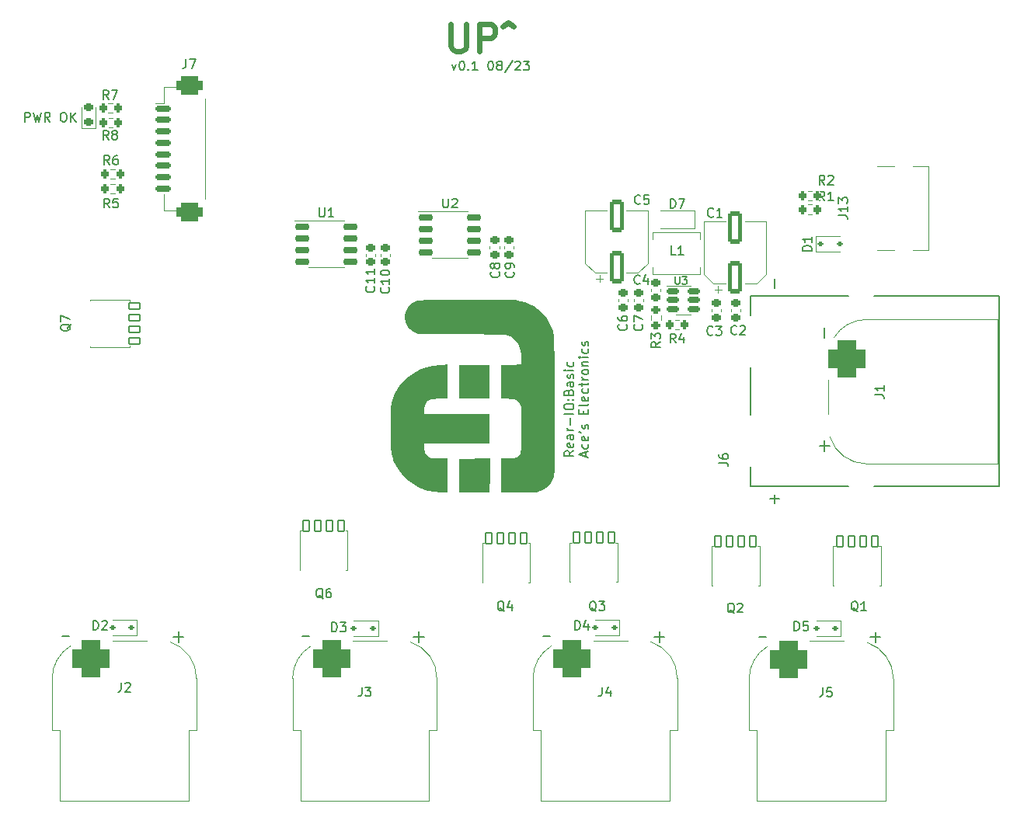
<source format=gbr>
%TF.GenerationSoftware,KiCad,Pcbnew,7.0.6-0*%
%TF.CreationDate,2023-08-19T14:39:05+10:00*%
%TF.ProjectId,rear_screen,72656172-5f73-4637-9265-656e2e6b6963,0*%
%TF.SameCoordinates,Original*%
%TF.FileFunction,Legend,Top*%
%TF.FilePolarity,Positive*%
%FSLAX46Y46*%
G04 Gerber Fmt 4.6, Leading zero omitted, Abs format (unit mm)*
G04 Created by KiCad (PCBNEW 7.0.6-0) date 2023-08-19 14:39:05*
%MOMM*%
%LPD*%
G01*
G04 APERTURE LIST*
G04 Aperture macros list*
%AMRoundRect*
0 Rectangle with rounded corners*
0 $1 Rounding radius*
0 $2 $3 $4 $5 $6 $7 $8 $9 X,Y pos of 4 corners*
0 Add a 4 corners polygon primitive as box body*
4,1,4,$2,$3,$4,$5,$6,$7,$8,$9,$2,$3,0*
0 Add four circle primitives for the rounded corners*
1,1,$1+$1,$2,$3*
1,1,$1+$1,$4,$5*
1,1,$1+$1,$6,$7*
1,1,$1+$1,$8,$9*
0 Add four rect primitives between the rounded corners*
20,1,$1+$1,$2,$3,$4,$5,0*
20,1,$1+$1,$4,$5,$6,$7,0*
20,1,$1+$1,$6,$7,$8,$9,0*
20,1,$1+$1,$8,$9,$2,$3,0*%
%AMFreePoly0*
4,1,21,3.024497,2.399497,3.045000,2.350000,3.045000,-2.350000,3.024497,-2.399497,2.975000,-2.420000,1.425000,-2.420000,1.375503,-2.399497,1.355000,-2.350000,1.355000,-2.170000,-1.650000,-2.170000,-1.699497,-2.149497,-1.720000,-2.100000,-1.720000,2.100000,-1.699497,2.149497,-1.650000,2.170000,1.355000,2.170000,1.355000,2.350000,1.375503,2.399497,1.425000,2.420000,2.975000,2.420000,
3.024497,2.399497,3.024497,2.399497,$1*%
G04 Aperture macros list end*
%ADD10C,0.150000*%
%ADD11C,0.600000*%
%ADD12C,0.120000*%
%ADD13C,0.127000*%
%ADD14RoundRect,0.200000X0.200000X0.275000X-0.200000X0.275000X-0.200000X-0.275000X0.200000X-0.275000X0*%
%ADD15RoundRect,0.200000X-0.200000X-0.275000X0.200000X-0.275000X0.200000X0.275000X-0.200000X0.275000X0*%
%ADD16RoundRect,0.218750X0.256250X-0.218750X0.256250X0.218750X-0.256250X0.218750X-0.256250X-0.218750X0*%
%ADD17R,0.900000X2.000000*%
%ADD18RoundRect,1.025000X1.025000X1.025000X-1.025000X1.025000X-1.025000X-1.025000X1.025000X-1.025000X0*%
%ADD19C,4.100000*%
%ADD20C,5.600000*%
%ADD21RoundRect,0.112500X0.187500X0.112500X-0.187500X0.112500X-0.187500X-0.112500X0.187500X-0.112500X0*%
%ADD22R,1.200000X1.200000*%
%ADD23RoundRect,0.070000X0.350000X0.575000X-0.350000X0.575000X-0.350000X-0.575000X0.350000X-0.575000X0*%
%ADD24FreePoly0,270.000000*%
%ADD25RoundRect,0.150000X-0.650000X-0.150000X0.650000X-0.150000X0.650000X0.150000X-0.650000X0.150000X0*%
%ADD26R,2.410000X3.100000*%
%ADD27RoundRect,0.225000X-0.250000X0.225000X-0.250000X-0.225000X0.250000X-0.225000X0.250000X0.225000X0*%
%ADD28C,0.650000*%
%ADD29R,1.240000X0.600000*%
%ADD30R,1.240000X0.300000*%
%ADD31O,2.100000X1.000000*%
%ADD32O,1.800000X1.000000*%
%ADD33C,4.916000*%
%ADD34R,4.916000X4.916000*%
%ADD35O,2.600000X1.300000*%
%ADD36R,2.000000X0.900000*%
%ADD37RoundRect,1.025000X-1.025000X1.025000X-1.025000X-1.025000X1.025000X-1.025000X1.025000X1.025000X0*%
%ADD38R,1.500000X2.500000*%
%ADD39RoundRect,0.150000X-0.700000X0.150000X-0.700000X-0.150000X0.700000X-0.150000X0.700000X0.150000X0*%
%ADD40RoundRect,0.500000X-0.900000X0.500000X-0.900000X-0.500000X0.900000X-0.500000X0.900000X0.500000X0*%
%ADD41RoundRect,0.250000X0.550000X-1.500000X0.550000X1.500000X-0.550000X1.500000X-0.550000X-1.500000X0*%
%ADD42RoundRect,0.200000X-0.275000X0.200000X-0.275000X-0.200000X0.275000X-0.200000X0.275000X0.200000X0*%
%ADD43RoundRect,0.150000X-0.512500X-0.150000X0.512500X-0.150000X0.512500X0.150000X-0.512500X0.150000X0*%
%ADD44RoundRect,0.225000X0.250000X-0.225000X0.250000X0.225000X-0.250000X0.225000X-0.250000X-0.225000X0*%
%ADD45RoundRect,0.070000X0.575000X-0.350000X0.575000X0.350000X-0.575000X0.350000X-0.575000X-0.350000X0*%
%ADD46FreePoly0,180.000000*%
%ADD47RoundRect,0.112500X-0.187500X-0.112500X0.187500X-0.112500X0.187500X0.112500X-0.187500X0.112500X0*%
G04 APERTURE END LIST*
D10*
X80836779Y-74469819D02*
X80836779Y-73469819D01*
X80836779Y-73469819D02*
X81217731Y-73469819D01*
X81217731Y-73469819D02*
X81312969Y-73517438D01*
X81312969Y-73517438D02*
X81360588Y-73565057D01*
X81360588Y-73565057D02*
X81408207Y-73660295D01*
X81408207Y-73660295D02*
X81408207Y-73803152D01*
X81408207Y-73803152D02*
X81360588Y-73898390D01*
X81360588Y-73898390D02*
X81312969Y-73946009D01*
X81312969Y-73946009D02*
X81217731Y-73993628D01*
X81217731Y-73993628D02*
X80836779Y-73993628D01*
X81741541Y-73469819D02*
X81979636Y-74469819D01*
X81979636Y-74469819D02*
X82170112Y-73755533D01*
X82170112Y-73755533D02*
X82360588Y-74469819D01*
X82360588Y-74469819D02*
X82598684Y-73469819D01*
X83551064Y-74469819D02*
X83217731Y-73993628D01*
X82979636Y-74469819D02*
X82979636Y-73469819D01*
X82979636Y-73469819D02*
X83360588Y-73469819D01*
X83360588Y-73469819D02*
X83455826Y-73517438D01*
X83455826Y-73517438D02*
X83503445Y-73565057D01*
X83503445Y-73565057D02*
X83551064Y-73660295D01*
X83551064Y-73660295D02*
X83551064Y-73803152D01*
X83551064Y-73803152D02*
X83503445Y-73898390D01*
X83503445Y-73898390D02*
X83455826Y-73946009D01*
X83455826Y-73946009D02*
X83360588Y-73993628D01*
X83360588Y-73993628D02*
X82979636Y-73993628D01*
X84932017Y-73469819D02*
X85122493Y-73469819D01*
X85122493Y-73469819D02*
X85217731Y-73517438D01*
X85217731Y-73517438D02*
X85312969Y-73612676D01*
X85312969Y-73612676D02*
X85360588Y-73803152D01*
X85360588Y-73803152D02*
X85360588Y-74136485D01*
X85360588Y-74136485D02*
X85312969Y-74326961D01*
X85312969Y-74326961D02*
X85217731Y-74422200D01*
X85217731Y-74422200D02*
X85122493Y-74469819D01*
X85122493Y-74469819D02*
X84932017Y-74469819D01*
X84932017Y-74469819D02*
X84836779Y-74422200D01*
X84836779Y-74422200D02*
X84741541Y-74326961D01*
X84741541Y-74326961D02*
X84693922Y-74136485D01*
X84693922Y-74136485D02*
X84693922Y-73803152D01*
X84693922Y-73803152D02*
X84741541Y-73612676D01*
X84741541Y-73612676D02*
X84836779Y-73517438D01*
X84836779Y-73517438D02*
X84932017Y-73469819D01*
X85789160Y-74469819D02*
X85789160Y-73469819D01*
X86360588Y-74469819D02*
X85932017Y-73898390D01*
X86360588Y-73469819D02*
X85789160Y-74041247D01*
D11*
X127209021Y-63801657D02*
X127209021Y-66230228D01*
X127209021Y-66230228D02*
X127351878Y-66515942D01*
X127351878Y-66515942D02*
X127494736Y-66658800D01*
X127494736Y-66658800D02*
X127780450Y-66801657D01*
X127780450Y-66801657D02*
X128351878Y-66801657D01*
X128351878Y-66801657D02*
X128637593Y-66658800D01*
X128637593Y-66658800D02*
X128780450Y-66515942D01*
X128780450Y-66515942D02*
X128923307Y-66230228D01*
X128923307Y-66230228D02*
X128923307Y-63801657D01*
X130351878Y-66801657D02*
X130351878Y-63801657D01*
X130351878Y-63801657D02*
X131494735Y-63801657D01*
X131494735Y-63801657D02*
X131780450Y-63944514D01*
X131780450Y-63944514D02*
X131923307Y-64087371D01*
X131923307Y-64087371D02*
X132066164Y-64373085D01*
X132066164Y-64373085D02*
X132066164Y-64801657D01*
X132066164Y-64801657D02*
X131923307Y-65087371D01*
X131923307Y-65087371D02*
X131780450Y-65230228D01*
X131780450Y-65230228D02*
X131494735Y-65373085D01*
X131494735Y-65373085D02*
X130351878Y-65373085D01*
X132923307Y-64087371D02*
X133494735Y-63658800D01*
X133494735Y-63658800D02*
X134066164Y-64087371D01*
D10*
X140609819Y-110341792D02*
X140133628Y-110675125D01*
X140609819Y-110913220D02*
X139609819Y-110913220D01*
X139609819Y-110913220D02*
X139609819Y-110532268D01*
X139609819Y-110532268D02*
X139657438Y-110437030D01*
X139657438Y-110437030D02*
X139705057Y-110389411D01*
X139705057Y-110389411D02*
X139800295Y-110341792D01*
X139800295Y-110341792D02*
X139943152Y-110341792D01*
X139943152Y-110341792D02*
X140038390Y-110389411D01*
X140038390Y-110389411D02*
X140086009Y-110437030D01*
X140086009Y-110437030D02*
X140133628Y-110532268D01*
X140133628Y-110532268D02*
X140133628Y-110913220D01*
X140562200Y-109532268D02*
X140609819Y-109627506D01*
X140609819Y-109627506D02*
X140609819Y-109817982D01*
X140609819Y-109817982D02*
X140562200Y-109913220D01*
X140562200Y-109913220D02*
X140466961Y-109960839D01*
X140466961Y-109960839D02*
X140086009Y-109960839D01*
X140086009Y-109960839D02*
X139990771Y-109913220D01*
X139990771Y-109913220D02*
X139943152Y-109817982D01*
X139943152Y-109817982D02*
X139943152Y-109627506D01*
X139943152Y-109627506D02*
X139990771Y-109532268D01*
X139990771Y-109532268D02*
X140086009Y-109484649D01*
X140086009Y-109484649D02*
X140181247Y-109484649D01*
X140181247Y-109484649D02*
X140276485Y-109960839D01*
X140609819Y-108627506D02*
X140086009Y-108627506D01*
X140086009Y-108627506D02*
X139990771Y-108675125D01*
X139990771Y-108675125D02*
X139943152Y-108770363D01*
X139943152Y-108770363D02*
X139943152Y-108960839D01*
X139943152Y-108960839D02*
X139990771Y-109056077D01*
X140562200Y-108627506D02*
X140609819Y-108722744D01*
X140609819Y-108722744D02*
X140609819Y-108960839D01*
X140609819Y-108960839D02*
X140562200Y-109056077D01*
X140562200Y-109056077D02*
X140466961Y-109103696D01*
X140466961Y-109103696D02*
X140371723Y-109103696D01*
X140371723Y-109103696D02*
X140276485Y-109056077D01*
X140276485Y-109056077D02*
X140228866Y-108960839D01*
X140228866Y-108960839D02*
X140228866Y-108722744D01*
X140228866Y-108722744D02*
X140181247Y-108627506D01*
X140609819Y-108151315D02*
X139943152Y-108151315D01*
X140133628Y-108151315D02*
X140038390Y-108103696D01*
X140038390Y-108103696D02*
X139990771Y-108056077D01*
X139990771Y-108056077D02*
X139943152Y-107960839D01*
X139943152Y-107960839D02*
X139943152Y-107865601D01*
X140228866Y-107532267D02*
X140228866Y-106770363D01*
X140609819Y-106294172D02*
X139609819Y-106294172D01*
X139609819Y-105627506D02*
X139609819Y-105437030D01*
X139609819Y-105437030D02*
X139657438Y-105341792D01*
X139657438Y-105341792D02*
X139752676Y-105246554D01*
X139752676Y-105246554D02*
X139943152Y-105198935D01*
X139943152Y-105198935D02*
X140276485Y-105198935D01*
X140276485Y-105198935D02*
X140466961Y-105246554D01*
X140466961Y-105246554D02*
X140562200Y-105341792D01*
X140562200Y-105341792D02*
X140609819Y-105437030D01*
X140609819Y-105437030D02*
X140609819Y-105627506D01*
X140609819Y-105627506D02*
X140562200Y-105722744D01*
X140562200Y-105722744D02*
X140466961Y-105817982D01*
X140466961Y-105817982D02*
X140276485Y-105865601D01*
X140276485Y-105865601D02*
X139943152Y-105865601D01*
X139943152Y-105865601D02*
X139752676Y-105817982D01*
X139752676Y-105817982D02*
X139657438Y-105722744D01*
X139657438Y-105722744D02*
X139609819Y-105627506D01*
X140514580Y-104770363D02*
X140562200Y-104722744D01*
X140562200Y-104722744D02*
X140609819Y-104770363D01*
X140609819Y-104770363D02*
X140562200Y-104817982D01*
X140562200Y-104817982D02*
X140514580Y-104770363D01*
X140514580Y-104770363D02*
X140609819Y-104770363D01*
X139990771Y-104770363D02*
X140038390Y-104722744D01*
X140038390Y-104722744D02*
X140086009Y-104770363D01*
X140086009Y-104770363D02*
X140038390Y-104817982D01*
X140038390Y-104817982D02*
X139990771Y-104770363D01*
X139990771Y-104770363D02*
X140086009Y-104770363D01*
X140086009Y-103960840D02*
X140133628Y-103817983D01*
X140133628Y-103817983D02*
X140181247Y-103770364D01*
X140181247Y-103770364D02*
X140276485Y-103722745D01*
X140276485Y-103722745D02*
X140419342Y-103722745D01*
X140419342Y-103722745D02*
X140514580Y-103770364D01*
X140514580Y-103770364D02*
X140562200Y-103817983D01*
X140562200Y-103817983D02*
X140609819Y-103913221D01*
X140609819Y-103913221D02*
X140609819Y-104294173D01*
X140609819Y-104294173D02*
X139609819Y-104294173D01*
X139609819Y-104294173D02*
X139609819Y-103960840D01*
X139609819Y-103960840D02*
X139657438Y-103865602D01*
X139657438Y-103865602D02*
X139705057Y-103817983D01*
X139705057Y-103817983D02*
X139800295Y-103770364D01*
X139800295Y-103770364D02*
X139895533Y-103770364D01*
X139895533Y-103770364D02*
X139990771Y-103817983D01*
X139990771Y-103817983D02*
X140038390Y-103865602D01*
X140038390Y-103865602D02*
X140086009Y-103960840D01*
X140086009Y-103960840D02*
X140086009Y-104294173D01*
X140609819Y-102865602D02*
X140086009Y-102865602D01*
X140086009Y-102865602D02*
X139990771Y-102913221D01*
X139990771Y-102913221D02*
X139943152Y-103008459D01*
X139943152Y-103008459D02*
X139943152Y-103198935D01*
X139943152Y-103198935D02*
X139990771Y-103294173D01*
X140562200Y-102865602D02*
X140609819Y-102960840D01*
X140609819Y-102960840D02*
X140609819Y-103198935D01*
X140609819Y-103198935D02*
X140562200Y-103294173D01*
X140562200Y-103294173D02*
X140466961Y-103341792D01*
X140466961Y-103341792D02*
X140371723Y-103341792D01*
X140371723Y-103341792D02*
X140276485Y-103294173D01*
X140276485Y-103294173D02*
X140228866Y-103198935D01*
X140228866Y-103198935D02*
X140228866Y-102960840D01*
X140228866Y-102960840D02*
X140181247Y-102865602D01*
X140562200Y-102437030D02*
X140609819Y-102341792D01*
X140609819Y-102341792D02*
X140609819Y-102151316D01*
X140609819Y-102151316D02*
X140562200Y-102056078D01*
X140562200Y-102056078D02*
X140466961Y-102008459D01*
X140466961Y-102008459D02*
X140419342Y-102008459D01*
X140419342Y-102008459D02*
X140324104Y-102056078D01*
X140324104Y-102056078D02*
X140276485Y-102151316D01*
X140276485Y-102151316D02*
X140276485Y-102294173D01*
X140276485Y-102294173D02*
X140228866Y-102389411D01*
X140228866Y-102389411D02*
X140133628Y-102437030D01*
X140133628Y-102437030D02*
X140086009Y-102437030D01*
X140086009Y-102437030D02*
X139990771Y-102389411D01*
X139990771Y-102389411D02*
X139943152Y-102294173D01*
X139943152Y-102294173D02*
X139943152Y-102151316D01*
X139943152Y-102151316D02*
X139990771Y-102056078D01*
X140609819Y-101579887D02*
X139943152Y-101579887D01*
X139609819Y-101579887D02*
X139657438Y-101627506D01*
X139657438Y-101627506D02*
X139705057Y-101579887D01*
X139705057Y-101579887D02*
X139657438Y-101532268D01*
X139657438Y-101532268D02*
X139609819Y-101579887D01*
X139609819Y-101579887D02*
X139705057Y-101579887D01*
X140562200Y-100675126D02*
X140609819Y-100770364D01*
X140609819Y-100770364D02*
X140609819Y-100960840D01*
X140609819Y-100960840D02*
X140562200Y-101056078D01*
X140562200Y-101056078D02*
X140514580Y-101103697D01*
X140514580Y-101103697D02*
X140419342Y-101151316D01*
X140419342Y-101151316D02*
X140133628Y-101151316D01*
X140133628Y-101151316D02*
X140038390Y-101103697D01*
X140038390Y-101103697D02*
X139990771Y-101056078D01*
X139990771Y-101056078D02*
X139943152Y-100960840D01*
X139943152Y-100960840D02*
X139943152Y-100770364D01*
X139943152Y-100770364D02*
X139990771Y-100675126D01*
X141934104Y-110960839D02*
X141934104Y-110484649D01*
X142219819Y-111056077D02*
X141219819Y-110722744D01*
X141219819Y-110722744D02*
X142219819Y-110389411D01*
X142172200Y-109627506D02*
X142219819Y-109722744D01*
X142219819Y-109722744D02*
X142219819Y-109913220D01*
X142219819Y-109913220D02*
X142172200Y-110008458D01*
X142172200Y-110008458D02*
X142124580Y-110056077D01*
X142124580Y-110056077D02*
X142029342Y-110103696D01*
X142029342Y-110103696D02*
X141743628Y-110103696D01*
X141743628Y-110103696D02*
X141648390Y-110056077D01*
X141648390Y-110056077D02*
X141600771Y-110008458D01*
X141600771Y-110008458D02*
X141553152Y-109913220D01*
X141553152Y-109913220D02*
X141553152Y-109722744D01*
X141553152Y-109722744D02*
X141600771Y-109627506D01*
X142172200Y-108817982D02*
X142219819Y-108913220D01*
X142219819Y-108913220D02*
X142219819Y-109103696D01*
X142219819Y-109103696D02*
X142172200Y-109198934D01*
X142172200Y-109198934D02*
X142076961Y-109246553D01*
X142076961Y-109246553D02*
X141696009Y-109246553D01*
X141696009Y-109246553D02*
X141600771Y-109198934D01*
X141600771Y-109198934D02*
X141553152Y-109103696D01*
X141553152Y-109103696D02*
X141553152Y-108913220D01*
X141553152Y-108913220D02*
X141600771Y-108817982D01*
X141600771Y-108817982D02*
X141696009Y-108770363D01*
X141696009Y-108770363D02*
X141791247Y-108770363D01*
X141791247Y-108770363D02*
X141886485Y-109246553D01*
X141219819Y-108294172D02*
X141410295Y-108389410D01*
X142172200Y-107913220D02*
X142219819Y-107817982D01*
X142219819Y-107817982D02*
X142219819Y-107627506D01*
X142219819Y-107627506D02*
X142172200Y-107532268D01*
X142172200Y-107532268D02*
X142076961Y-107484649D01*
X142076961Y-107484649D02*
X142029342Y-107484649D01*
X142029342Y-107484649D02*
X141934104Y-107532268D01*
X141934104Y-107532268D02*
X141886485Y-107627506D01*
X141886485Y-107627506D02*
X141886485Y-107770363D01*
X141886485Y-107770363D02*
X141838866Y-107865601D01*
X141838866Y-107865601D02*
X141743628Y-107913220D01*
X141743628Y-107913220D02*
X141696009Y-107913220D01*
X141696009Y-107913220D02*
X141600771Y-107865601D01*
X141600771Y-107865601D02*
X141553152Y-107770363D01*
X141553152Y-107770363D02*
X141553152Y-107627506D01*
X141553152Y-107627506D02*
X141600771Y-107532268D01*
X141696009Y-106294172D02*
X141696009Y-105960839D01*
X142219819Y-105817982D02*
X142219819Y-106294172D01*
X142219819Y-106294172D02*
X141219819Y-106294172D01*
X141219819Y-106294172D02*
X141219819Y-105817982D01*
X142219819Y-105246553D02*
X142172200Y-105341791D01*
X142172200Y-105341791D02*
X142076961Y-105389410D01*
X142076961Y-105389410D02*
X141219819Y-105389410D01*
X142172200Y-104484648D02*
X142219819Y-104579886D01*
X142219819Y-104579886D02*
X142219819Y-104770362D01*
X142219819Y-104770362D02*
X142172200Y-104865600D01*
X142172200Y-104865600D02*
X142076961Y-104913219D01*
X142076961Y-104913219D02*
X141696009Y-104913219D01*
X141696009Y-104913219D02*
X141600771Y-104865600D01*
X141600771Y-104865600D02*
X141553152Y-104770362D01*
X141553152Y-104770362D02*
X141553152Y-104579886D01*
X141553152Y-104579886D02*
X141600771Y-104484648D01*
X141600771Y-104484648D02*
X141696009Y-104437029D01*
X141696009Y-104437029D02*
X141791247Y-104437029D01*
X141791247Y-104437029D02*
X141886485Y-104913219D01*
X142172200Y-103579886D02*
X142219819Y-103675124D01*
X142219819Y-103675124D02*
X142219819Y-103865600D01*
X142219819Y-103865600D02*
X142172200Y-103960838D01*
X142172200Y-103960838D02*
X142124580Y-104008457D01*
X142124580Y-104008457D02*
X142029342Y-104056076D01*
X142029342Y-104056076D02*
X141743628Y-104056076D01*
X141743628Y-104056076D02*
X141648390Y-104008457D01*
X141648390Y-104008457D02*
X141600771Y-103960838D01*
X141600771Y-103960838D02*
X141553152Y-103865600D01*
X141553152Y-103865600D02*
X141553152Y-103675124D01*
X141553152Y-103675124D02*
X141600771Y-103579886D01*
X141553152Y-103294171D02*
X141553152Y-102913219D01*
X141219819Y-103151314D02*
X142076961Y-103151314D01*
X142076961Y-103151314D02*
X142172200Y-103103695D01*
X142172200Y-103103695D02*
X142219819Y-103008457D01*
X142219819Y-103008457D02*
X142219819Y-102913219D01*
X142219819Y-102579885D02*
X141553152Y-102579885D01*
X141743628Y-102579885D02*
X141648390Y-102532266D01*
X141648390Y-102532266D02*
X141600771Y-102484647D01*
X141600771Y-102484647D02*
X141553152Y-102389409D01*
X141553152Y-102389409D02*
X141553152Y-102294171D01*
X142219819Y-101817980D02*
X142172200Y-101913218D01*
X142172200Y-101913218D02*
X142124580Y-101960837D01*
X142124580Y-101960837D02*
X142029342Y-102008456D01*
X142029342Y-102008456D02*
X141743628Y-102008456D01*
X141743628Y-102008456D02*
X141648390Y-101960837D01*
X141648390Y-101960837D02*
X141600771Y-101913218D01*
X141600771Y-101913218D02*
X141553152Y-101817980D01*
X141553152Y-101817980D02*
X141553152Y-101675123D01*
X141553152Y-101675123D02*
X141600771Y-101579885D01*
X141600771Y-101579885D02*
X141648390Y-101532266D01*
X141648390Y-101532266D02*
X141743628Y-101484647D01*
X141743628Y-101484647D02*
X142029342Y-101484647D01*
X142029342Y-101484647D02*
X142124580Y-101532266D01*
X142124580Y-101532266D02*
X142172200Y-101579885D01*
X142172200Y-101579885D02*
X142219819Y-101675123D01*
X142219819Y-101675123D02*
X142219819Y-101817980D01*
X141553152Y-101056075D02*
X142219819Y-101056075D01*
X141648390Y-101056075D02*
X141600771Y-101008456D01*
X141600771Y-101008456D02*
X141553152Y-100913218D01*
X141553152Y-100913218D02*
X141553152Y-100770361D01*
X141553152Y-100770361D02*
X141600771Y-100675123D01*
X141600771Y-100675123D02*
X141696009Y-100627504D01*
X141696009Y-100627504D02*
X142219819Y-100627504D01*
X142219819Y-100151313D02*
X141553152Y-100151313D01*
X141219819Y-100151313D02*
X141267438Y-100198932D01*
X141267438Y-100198932D02*
X141315057Y-100151313D01*
X141315057Y-100151313D02*
X141267438Y-100103694D01*
X141267438Y-100103694D02*
X141219819Y-100151313D01*
X141219819Y-100151313D02*
X141315057Y-100151313D01*
X142172200Y-99246552D02*
X142219819Y-99341790D01*
X142219819Y-99341790D02*
X142219819Y-99532266D01*
X142219819Y-99532266D02*
X142172200Y-99627504D01*
X142172200Y-99627504D02*
X142124580Y-99675123D01*
X142124580Y-99675123D02*
X142029342Y-99722742D01*
X142029342Y-99722742D02*
X141743628Y-99722742D01*
X141743628Y-99722742D02*
X141648390Y-99675123D01*
X141648390Y-99675123D02*
X141600771Y-99627504D01*
X141600771Y-99627504D02*
X141553152Y-99532266D01*
X141553152Y-99532266D02*
X141553152Y-99341790D01*
X141553152Y-99341790D02*
X141600771Y-99246552D01*
X142172200Y-98865599D02*
X142219819Y-98770361D01*
X142219819Y-98770361D02*
X142219819Y-98579885D01*
X142219819Y-98579885D02*
X142172200Y-98484647D01*
X142172200Y-98484647D02*
X142076961Y-98437028D01*
X142076961Y-98437028D02*
X142029342Y-98437028D01*
X142029342Y-98437028D02*
X141934104Y-98484647D01*
X141934104Y-98484647D02*
X141886485Y-98579885D01*
X141886485Y-98579885D02*
X141886485Y-98722742D01*
X141886485Y-98722742D02*
X141838866Y-98817980D01*
X141838866Y-98817980D02*
X141743628Y-98865599D01*
X141743628Y-98865599D02*
X141696009Y-98865599D01*
X141696009Y-98865599D02*
X141600771Y-98817980D01*
X141600771Y-98817980D02*
X141553152Y-98722742D01*
X141553152Y-98722742D02*
X141553152Y-98579885D01*
X141553152Y-98579885D02*
X141600771Y-98484647D01*
X127341541Y-68203152D02*
X127579636Y-68869819D01*
X127579636Y-68869819D02*
X127817731Y-68203152D01*
X128389160Y-67869819D02*
X128484398Y-67869819D01*
X128484398Y-67869819D02*
X128579636Y-67917438D01*
X128579636Y-67917438D02*
X128627255Y-67965057D01*
X128627255Y-67965057D02*
X128674874Y-68060295D01*
X128674874Y-68060295D02*
X128722493Y-68250771D01*
X128722493Y-68250771D02*
X128722493Y-68488866D01*
X128722493Y-68488866D02*
X128674874Y-68679342D01*
X128674874Y-68679342D02*
X128627255Y-68774580D01*
X128627255Y-68774580D02*
X128579636Y-68822200D01*
X128579636Y-68822200D02*
X128484398Y-68869819D01*
X128484398Y-68869819D02*
X128389160Y-68869819D01*
X128389160Y-68869819D02*
X128293922Y-68822200D01*
X128293922Y-68822200D02*
X128246303Y-68774580D01*
X128246303Y-68774580D02*
X128198684Y-68679342D01*
X128198684Y-68679342D02*
X128151065Y-68488866D01*
X128151065Y-68488866D02*
X128151065Y-68250771D01*
X128151065Y-68250771D02*
X128198684Y-68060295D01*
X128198684Y-68060295D02*
X128246303Y-67965057D01*
X128246303Y-67965057D02*
X128293922Y-67917438D01*
X128293922Y-67917438D02*
X128389160Y-67869819D01*
X129151065Y-68774580D02*
X129198684Y-68822200D01*
X129198684Y-68822200D02*
X129151065Y-68869819D01*
X129151065Y-68869819D02*
X129103446Y-68822200D01*
X129103446Y-68822200D02*
X129151065Y-68774580D01*
X129151065Y-68774580D02*
X129151065Y-68869819D01*
X130151064Y-68869819D02*
X129579636Y-68869819D01*
X129865350Y-68869819D02*
X129865350Y-67869819D01*
X129865350Y-67869819D02*
X129770112Y-68012676D01*
X129770112Y-68012676D02*
X129674874Y-68107914D01*
X129674874Y-68107914D02*
X129579636Y-68155533D01*
X131532017Y-67869819D02*
X131627255Y-67869819D01*
X131627255Y-67869819D02*
X131722493Y-67917438D01*
X131722493Y-67917438D02*
X131770112Y-67965057D01*
X131770112Y-67965057D02*
X131817731Y-68060295D01*
X131817731Y-68060295D02*
X131865350Y-68250771D01*
X131865350Y-68250771D02*
X131865350Y-68488866D01*
X131865350Y-68488866D02*
X131817731Y-68679342D01*
X131817731Y-68679342D02*
X131770112Y-68774580D01*
X131770112Y-68774580D02*
X131722493Y-68822200D01*
X131722493Y-68822200D02*
X131627255Y-68869819D01*
X131627255Y-68869819D02*
X131532017Y-68869819D01*
X131532017Y-68869819D02*
X131436779Y-68822200D01*
X131436779Y-68822200D02*
X131389160Y-68774580D01*
X131389160Y-68774580D02*
X131341541Y-68679342D01*
X131341541Y-68679342D02*
X131293922Y-68488866D01*
X131293922Y-68488866D02*
X131293922Y-68250771D01*
X131293922Y-68250771D02*
X131341541Y-68060295D01*
X131341541Y-68060295D02*
X131389160Y-67965057D01*
X131389160Y-67965057D02*
X131436779Y-67917438D01*
X131436779Y-67917438D02*
X131532017Y-67869819D01*
X132436779Y-68298390D02*
X132341541Y-68250771D01*
X132341541Y-68250771D02*
X132293922Y-68203152D01*
X132293922Y-68203152D02*
X132246303Y-68107914D01*
X132246303Y-68107914D02*
X132246303Y-68060295D01*
X132246303Y-68060295D02*
X132293922Y-67965057D01*
X132293922Y-67965057D02*
X132341541Y-67917438D01*
X132341541Y-67917438D02*
X132436779Y-67869819D01*
X132436779Y-67869819D02*
X132627255Y-67869819D01*
X132627255Y-67869819D02*
X132722493Y-67917438D01*
X132722493Y-67917438D02*
X132770112Y-67965057D01*
X132770112Y-67965057D02*
X132817731Y-68060295D01*
X132817731Y-68060295D02*
X132817731Y-68107914D01*
X132817731Y-68107914D02*
X132770112Y-68203152D01*
X132770112Y-68203152D02*
X132722493Y-68250771D01*
X132722493Y-68250771D02*
X132627255Y-68298390D01*
X132627255Y-68298390D02*
X132436779Y-68298390D01*
X132436779Y-68298390D02*
X132341541Y-68346009D01*
X132341541Y-68346009D02*
X132293922Y-68393628D01*
X132293922Y-68393628D02*
X132246303Y-68488866D01*
X132246303Y-68488866D02*
X132246303Y-68679342D01*
X132246303Y-68679342D02*
X132293922Y-68774580D01*
X132293922Y-68774580D02*
X132341541Y-68822200D01*
X132341541Y-68822200D02*
X132436779Y-68869819D01*
X132436779Y-68869819D02*
X132627255Y-68869819D01*
X132627255Y-68869819D02*
X132722493Y-68822200D01*
X132722493Y-68822200D02*
X132770112Y-68774580D01*
X132770112Y-68774580D02*
X132817731Y-68679342D01*
X132817731Y-68679342D02*
X132817731Y-68488866D01*
X132817731Y-68488866D02*
X132770112Y-68393628D01*
X132770112Y-68393628D02*
X132722493Y-68346009D01*
X132722493Y-68346009D02*
X132627255Y-68298390D01*
X133960588Y-67822200D02*
X133103446Y-69107914D01*
X134246303Y-67965057D02*
X134293922Y-67917438D01*
X134293922Y-67917438D02*
X134389160Y-67869819D01*
X134389160Y-67869819D02*
X134627255Y-67869819D01*
X134627255Y-67869819D02*
X134722493Y-67917438D01*
X134722493Y-67917438D02*
X134770112Y-67965057D01*
X134770112Y-67965057D02*
X134817731Y-68060295D01*
X134817731Y-68060295D02*
X134817731Y-68155533D01*
X134817731Y-68155533D02*
X134770112Y-68298390D01*
X134770112Y-68298390D02*
X134198684Y-68869819D01*
X134198684Y-68869819D02*
X134817731Y-68869819D01*
X135151065Y-67869819D02*
X135770112Y-67869819D01*
X135770112Y-67869819D02*
X135436779Y-68250771D01*
X135436779Y-68250771D02*
X135579636Y-68250771D01*
X135579636Y-68250771D02*
X135674874Y-68298390D01*
X135674874Y-68298390D02*
X135722493Y-68346009D01*
X135722493Y-68346009D02*
X135770112Y-68441247D01*
X135770112Y-68441247D02*
X135770112Y-68679342D01*
X135770112Y-68679342D02*
X135722493Y-68774580D01*
X135722493Y-68774580D02*
X135674874Y-68822200D01*
X135674874Y-68822200D02*
X135579636Y-68869819D01*
X135579636Y-68869819D02*
X135293922Y-68869819D01*
X135293922Y-68869819D02*
X135198684Y-68822200D01*
X135198684Y-68822200D02*
X135151065Y-68774580D01*
X89925197Y-76444818D02*
X89591864Y-75968627D01*
X89353769Y-76444818D02*
X89353769Y-75444818D01*
X89353769Y-75444818D02*
X89734721Y-75444818D01*
X89734721Y-75444818D02*
X89829959Y-75492437D01*
X89829959Y-75492437D02*
X89877578Y-75540056D01*
X89877578Y-75540056D02*
X89925197Y-75635294D01*
X89925197Y-75635294D02*
X89925197Y-75778151D01*
X89925197Y-75778151D02*
X89877578Y-75873389D01*
X89877578Y-75873389D02*
X89829959Y-75921008D01*
X89829959Y-75921008D02*
X89734721Y-75968627D01*
X89734721Y-75968627D02*
X89353769Y-75968627D01*
X90496626Y-75873389D02*
X90401388Y-75825770D01*
X90401388Y-75825770D02*
X90353769Y-75778151D01*
X90353769Y-75778151D02*
X90306150Y-75682913D01*
X90306150Y-75682913D02*
X90306150Y-75635294D01*
X90306150Y-75635294D02*
X90353769Y-75540056D01*
X90353769Y-75540056D02*
X90401388Y-75492437D01*
X90401388Y-75492437D02*
X90496626Y-75444818D01*
X90496626Y-75444818D02*
X90687102Y-75444818D01*
X90687102Y-75444818D02*
X90782340Y-75492437D01*
X90782340Y-75492437D02*
X90829959Y-75540056D01*
X90829959Y-75540056D02*
X90877578Y-75635294D01*
X90877578Y-75635294D02*
X90877578Y-75682913D01*
X90877578Y-75682913D02*
X90829959Y-75778151D01*
X90829959Y-75778151D02*
X90782340Y-75825770D01*
X90782340Y-75825770D02*
X90687102Y-75873389D01*
X90687102Y-75873389D02*
X90496626Y-75873389D01*
X90496626Y-75873389D02*
X90401388Y-75921008D01*
X90401388Y-75921008D02*
X90353769Y-75968627D01*
X90353769Y-75968627D02*
X90306150Y-76063865D01*
X90306150Y-76063865D02*
X90306150Y-76254341D01*
X90306150Y-76254341D02*
X90353769Y-76349579D01*
X90353769Y-76349579D02*
X90401388Y-76397199D01*
X90401388Y-76397199D02*
X90496626Y-76444818D01*
X90496626Y-76444818D02*
X90687102Y-76444818D01*
X90687102Y-76444818D02*
X90782340Y-76397199D01*
X90782340Y-76397199D02*
X90829959Y-76349579D01*
X90829959Y-76349579D02*
X90877578Y-76254341D01*
X90877578Y-76254341D02*
X90877578Y-76063865D01*
X90877578Y-76063865D02*
X90829959Y-75968627D01*
X90829959Y-75968627D02*
X90782340Y-75921008D01*
X90782340Y-75921008D02*
X90687102Y-75873389D01*
X89925197Y-72044818D02*
X89591864Y-71568627D01*
X89353769Y-72044818D02*
X89353769Y-71044818D01*
X89353769Y-71044818D02*
X89734721Y-71044818D01*
X89734721Y-71044818D02*
X89829959Y-71092437D01*
X89829959Y-71092437D02*
X89877578Y-71140056D01*
X89877578Y-71140056D02*
X89925197Y-71235294D01*
X89925197Y-71235294D02*
X89925197Y-71378151D01*
X89925197Y-71378151D02*
X89877578Y-71473389D01*
X89877578Y-71473389D02*
X89829959Y-71521008D01*
X89829959Y-71521008D02*
X89734721Y-71568627D01*
X89734721Y-71568627D02*
X89353769Y-71568627D01*
X90258531Y-71044818D02*
X90925197Y-71044818D01*
X90925197Y-71044818D02*
X90496626Y-72044818D01*
X91316666Y-135604819D02*
X91316666Y-136319104D01*
X91316666Y-136319104D02*
X91269047Y-136461961D01*
X91269047Y-136461961D02*
X91173809Y-136557200D01*
X91173809Y-136557200D02*
X91030952Y-136604819D01*
X91030952Y-136604819D02*
X90935714Y-136604819D01*
X91745238Y-135700057D02*
X91792857Y-135652438D01*
X91792857Y-135652438D02*
X91888095Y-135604819D01*
X91888095Y-135604819D02*
X92126190Y-135604819D01*
X92126190Y-135604819D02*
X92221428Y-135652438D01*
X92221428Y-135652438D02*
X92269047Y-135700057D01*
X92269047Y-135700057D02*
X92316666Y-135795295D01*
X92316666Y-135795295D02*
X92316666Y-135890533D01*
X92316666Y-135890533D02*
X92269047Y-136033390D01*
X92269047Y-136033390D02*
X91697619Y-136604819D01*
X91697619Y-136604819D02*
X92316666Y-136604819D01*
X84869048Y-130573866D02*
X85630953Y-130573866D01*
X96978571Y-130614700D02*
X98121429Y-130614700D01*
X97550000Y-131186128D02*
X97550000Y-130043271D01*
X143716666Y-136104819D02*
X143716666Y-136819104D01*
X143716666Y-136819104D02*
X143669047Y-136961961D01*
X143669047Y-136961961D02*
X143573809Y-137057200D01*
X143573809Y-137057200D02*
X143430952Y-137104819D01*
X143430952Y-137104819D02*
X143335714Y-137104819D01*
X144621428Y-136438152D02*
X144621428Y-137104819D01*
X144383333Y-136057200D02*
X144145238Y-136771485D01*
X144145238Y-136771485D02*
X144764285Y-136771485D01*
X149378571Y-130614700D02*
X150521429Y-130614700D01*
X149950000Y-131186128D02*
X149950000Y-130043271D01*
X137269048Y-130573866D02*
X138030953Y-130573866D01*
X114261905Y-130054819D02*
X114261905Y-129054819D01*
X114261905Y-129054819D02*
X114500000Y-129054819D01*
X114500000Y-129054819D02*
X114642857Y-129102438D01*
X114642857Y-129102438D02*
X114738095Y-129197676D01*
X114738095Y-129197676D02*
X114785714Y-129292914D01*
X114785714Y-129292914D02*
X114833333Y-129483390D01*
X114833333Y-129483390D02*
X114833333Y-129626247D01*
X114833333Y-129626247D02*
X114785714Y-129816723D01*
X114785714Y-129816723D02*
X114738095Y-129911961D01*
X114738095Y-129911961D02*
X114642857Y-130007200D01*
X114642857Y-130007200D02*
X114500000Y-130054819D01*
X114500000Y-130054819D02*
X114261905Y-130054819D01*
X115166667Y-129054819D02*
X115785714Y-129054819D01*
X115785714Y-129054819D02*
X115452381Y-129435771D01*
X115452381Y-129435771D02*
X115595238Y-129435771D01*
X115595238Y-129435771D02*
X115690476Y-129483390D01*
X115690476Y-129483390D02*
X115738095Y-129531009D01*
X115738095Y-129531009D02*
X115785714Y-129626247D01*
X115785714Y-129626247D02*
X115785714Y-129864342D01*
X115785714Y-129864342D02*
X115738095Y-129959580D01*
X115738095Y-129959580D02*
X115690476Y-130007200D01*
X115690476Y-130007200D02*
X115595238Y-130054819D01*
X115595238Y-130054819D02*
X115309524Y-130054819D01*
X115309524Y-130054819D02*
X115214286Y-130007200D01*
X115214286Y-130007200D02*
X115166667Y-129959580D01*
X151161905Y-83879819D02*
X151161905Y-82879819D01*
X151161905Y-82879819D02*
X151400000Y-82879819D01*
X151400000Y-82879819D02*
X151542857Y-82927438D01*
X151542857Y-82927438D02*
X151638095Y-83022676D01*
X151638095Y-83022676D02*
X151685714Y-83117914D01*
X151685714Y-83117914D02*
X151733333Y-83308390D01*
X151733333Y-83308390D02*
X151733333Y-83451247D01*
X151733333Y-83451247D02*
X151685714Y-83641723D01*
X151685714Y-83641723D02*
X151638095Y-83736961D01*
X151638095Y-83736961D02*
X151542857Y-83832200D01*
X151542857Y-83832200D02*
X151400000Y-83879819D01*
X151400000Y-83879819D02*
X151161905Y-83879819D01*
X152066667Y-82879819D02*
X152733333Y-82879819D01*
X152733333Y-82879819D02*
X152304762Y-83879819D01*
X158124761Y-128050057D02*
X158029523Y-128002438D01*
X158029523Y-128002438D02*
X157934285Y-127907200D01*
X157934285Y-127907200D02*
X157791428Y-127764342D01*
X157791428Y-127764342D02*
X157696190Y-127716723D01*
X157696190Y-127716723D02*
X157600952Y-127716723D01*
X157648571Y-127954819D02*
X157553333Y-127907200D01*
X157553333Y-127907200D02*
X157458095Y-127811961D01*
X157458095Y-127811961D02*
X157410476Y-127621485D01*
X157410476Y-127621485D02*
X157410476Y-127288152D01*
X157410476Y-127288152D02*
X157458095Y-127097676D01*
X157458095Y-127097676D02*
X157553333Y-127002438D01*
X157553333Y-127002438D02*
X157648571Y-126954819D01*
X157648571Y-126954819D02*
X157839047Y-126954819D01*
X157839047Y-126954819D02*
X157934285Y-127002438D01*
X157934285Y-127002438D02*
X158029523Y-127097676D01*
X158029523Y-127097676D02*
X158077142Y-127288152D01*
X158077142Y-127288152D02*
X158077142Y-127621485D01*
X158077142Y-127621485D02*
X158029523Y-127811961D01*
X158029523Y-127811961D02*
X157934285Y-127907200D01*
X157934285Y-127907200D02*
X157839047Y-127954819D01*
X157839047Y-127954819D02*
X157648571Y-127954819D01*
X158458095Y-127050057D02*
X158505714Y-127002438D01*
X158505714Y-127002438D02*
X158600952Y-126954819D01*
X158600952Y-126954819D02*
X158839047Y-126954819D01*
X158839047Y-126954819D02*
X158934285Y-127002438D01*
X158934285Y-127002438D02*
X158981904Y-127050057D01*
X158981904Y-127050057D02*
X159029523Y-127145295D01*
X159029523Y-127145295D02*
X159029523Y-127240533D01*
X159029523Y-127240533D02*
X158981904Y-127383390D01*
X158981904Y-127383390D02*
X158410476Y-127954819D01*
X158410476Y-127954819D02*
X159029523Y-127954819D01*
X126378807Y-82849930D02*
X126378807Y-83659453D01*
X126378807Y-83659453D02*
X126426426Y-83754691D01*
X126426426Y-83754691D02*
X126474045Y-83802311D01*
X126474045Y-83802311D02*
X126569283Y-83849930D01*
X126569283Y-83849930D02*
X126759759Y-83849930D01*
X126759759Y-83849930D02*
X126854997Y-83802311D01*
X126854997Y-83802311D02*
X126902616Y-83754691D01*
X126902616Y-83754691D02*
X126950235Y-83659453D01*
X126950235Y-83659453D02*
X126950235Y-82849930D01*
X127378807Y-82945168D02*
X127426426Y-82897549D01*
X127426426Y-82897549D02*
X127521664Y-82849930D01*
X127521664Y-82849930D02*
X127759759Y-82849930D01*
X127759759Y-82849930D02*
X127854997Y-82897549D01*
X127854997Y-82897549D02*
X127902616Y-82945168D01*
X127902616Y-82945168D02*
X127950235Y-83040406D01*
X127950235Y-83040406D02*
X127950235Y-83135644D01*
X127950235Y-83135644D02*
X127902616Y-83278501D01*
X127902616Y-83278501D02*
X127331188Y-83849930D01*
X127331188Y-83849930D02*
X127950235Y-83849930D01*
X143076480Y-127834897D02*
X142981242Y-127787278D01*
X142981242Y-127787278D02*
X142886004Y-127692040D01*
X142886004Y-127692040D02*
X142743147Y-127549182D01*
X142743147Y-127549182D02*
X142647909Y-127501563D01*
X142647909Y-127501563D02*
X142552671Y-127501563D01*
X142600290Y-127739659D02*
X142505052Y-127692040D01*
X142505052Y-127692040D02*
X142409814Y-127596801D01*
X142409814Y-127596801D02*
X142362195Y-127406325D01*
X142362195Y-127406325D02*
X142362195Y-127072992D01*
X142362195Y-127072992D02*
X142409814Y-126882516D01*
X142409814Y-126882516D02*
X142505052Y-126787278D01*
X142505052Y-126787278D02*
X142600290Y-126739659D01*
X142600290Y-126739659D02*
X142790766Y-126739659D01*
X142790766Y-126739659D02*
X142886004Y-126787278D01*
X142886004Y-126787278D02*
X142981242Y-126882516D01*
X142981242Y-126882516D02*
X143028861Y-127072992D01*
X143028861Y-127072992D02*
X143028861Y-127406325D01*
X143028861Y-127406325D02*
X142981242Y-127596801D01*
X142981242Y-127596801D02*
X142886004Y-127692040D01*
X142886004Y-127692040D02*
X142790766Y-127739659D01*
X142790766Y-127739659D02*
X142600290Y-127739659D01*
X143362195Y-126739659D02*
X143981242Y-126739659D01*
X143981242Y-126739659D02*
X143647909Y-127120611D01*
X143647909Y-127120611D02*
X143790766Y-127120611D01*
X143790766Y-127120611D02*
X143886004Y-127168230D01*
X143886004Y-127168230D02*
X143933623Y-127215849D01*
X143933623Y-127215849D02*
X143981242Y-127311087D01*
X143981242Y-127311087D02*
X143981242Y-127549182D01*
X143981242Y-127549182D02*
X143933623Y-127644420D01*
X143933623Y-127644420D02*
X143886004Y-127692040D01*
X143886004Y-127692040D02*
X143790766Y-127739659D01*
X143790766Y-127739659D02*
X143505052Y-127739659D01*
X143505052Y-127739659D02*
X143409814Y-127692040D01*
X143409814Y-127692040D02*
X143362195Y-127644420D01*
X155783333Y-97659580D02*
X155735714Y-97707200D01*
X155735714Y-97707200D02*
X155592857Y-97754819D01*
X155592857Y-97754819D02*
X155497619Y-97754819D01*
X155497619Y-97754819D02*
X155354762Y-97707200D01*
X155354762Y-97707200D02*
X155259524Y-97611961D01*
X155259524Y-97611961D02*
X155211905Y-97516723D01*
X155211905Y-97516723D02*
X155164286Y-97326247D01*
X155164286Y-97326247D02*
X155164286Y-97183390D01*
X155164286Y-97183390D02*
X155211905Y-96992914D01*
X155211905Y-96992914D02*
X155259524Y-96897676D01*
X155259524Y-96897676D02*
X155354762Y-96802438D01*
X155354762Y-96802438D02*
X155497619Y-96754819D01*
X155497619Y-96754819D02*
X155592857Y-96754819D01*
X155592857Y-96754819D02*
X155735714Y-96802438D01*
X155735714Y-96802438D02*
X155783333Y-96850057D01*
X156116667Y-96754819D02*
X156735714Y-96754819D01*
X156735714Y-96754819D02*
X156402381Y-97135771D01*
X156402381Y-97135771D02*
X156545238Y-97135771D01*
X156545238Y-97135771D02*
X156640476Y-97183390D01*
X156640476Y-97183390D02*
X156688095Y-97231009D01*
X156688095Y-97231009D02*
X156735714Y-97326247D01*
X156735714Y-97326247D02*
X156735714Y-97564342D01*
X156735714Y-97564342D02*
X156688095Y-97659580D01*
X156688095Y-97659580D02*
X156640476Y-97707200D01*
X156640476Y-97707200D02*
X156545238Y-97754819D01*
X156545238Y-97754819D02*
X156259524Y-97754819D01*
X156259524Y-97754819D02*
X156164286Y-97707200D01*
X156164286Y-97707200D02*
X156116667Y-97659580D01*
X169479819Y-84689523D02*
X170194104Y-84689523D01*
X170194104Y-84689523D02*
X170336961Y-84737142D01*
X170336961Y-84737142D02*
X170432200Y-84832380D01*
X170432200Y-84832380D02*
X170479819Y-84975237D01*
X170479819Y-84975237D02*
X170479819Y-85070475D01*
X170479819Y-83689523D02*
X170479819Y-84260951D01*
X170479819Y-83975237D02*
X169479819Y-83975237D01*
X169479819Y-83975237D02*
X169622676Y-84070475D01*
X169622676Y-84070475D02*
X169717914Y-84165713D01*
X169717914Y-84165713D02*
X169765533Y-84260951D01*
X169479819Y-83356189D02*
X169479819Y-82737142D01*
X169479819Y-82737142D02*
X169860771Y-83070475D01*
X169860771Y-83070475D02*
X169860771Y-82927618D01*
X169860771Y-82927618D02*
X169908390Y-82832380D01*
X169908390Y-82832380D02*
X169956009Y-82784761D01*
X169956009Y-82784761D02*
X170051247Y-82737142D01*
X170051247Y-82737142D02*
X170289342Y-82737142D01*
X170289342Y-82737142D02*
X170384580Y-82784761D01*
X170384580Y-82784761D02*
X170432200Y-82832380D01*
X170432200Y-82832380D02*
X170479819Y-82927618D01*
X170479819Y-82927618D02*
X170479819Y-83213332D01*
X170479819Y-83213332D02*
X170432200Y-83308570D01*
X170432200Y-83308570D02*
X170384580Y-83356189D01*
X134054580Y-90841666D02*
X134102200Y-90889285D01*
X134102200Y-90889285D02*
X134149819Y-91032142D01*
X134149819Y-91032142D02*
X134149819Y-91127380D01*
X134149819Y-91127380D02*
X134102200Y-91270237D01*
X134102200Y-91270237D02*
X134006961Y-91365475D01*
X134006961Y-91365475D02*
X133911723Y-91413094D01*
X133911723Y-91413094D02*
X133721247Y-91460713D01*
X133721247Y-91460713D02*
X133578390Y-91460713D01*
X133578390Y-91460713D02*
X133387914Y-91413094D01*
X133387914Y-91413094D02*
X133292676Y-91365475D01*
X133292676Y-91365475D02*
X133197438Y-91270237D01*
X133197438Y-91270237D02*
X133149819Y-91127380D01*
X133149819Y-91127380D02*
X133149819Y-91032142D01*
X133149819Y-91032142D02*
X133197438Y-90889285D01*
X133197438Y-90889285D02*
X133245057Y-90841666D01*
X134149819Y-90365475D02*
X134149819Y-90174999D01*
X134149819Y-90174999D02*
X134102200Y-90079761D01*
X134102200Y-90079761D02*
X134054580Y-90032142D01*
X134054580Y-90032142D02*
X133911723Y-89936904D01*
X133911723Y-89936904D02*
X133721247Y-89889285D01*
X133721247Y-89889285D02*
X133340295Y-89889285D01*
X133340295Y-89889285D02*
X133245057Y-89936904D01*
X133245057Y-89936904D02*
X133197438Y-89984523D01*
X133197438Y-89984523D02*
X133149819Y-90079761D01*
X133149819Y-90079761D02*
X133149819Y-90270237D01*
X133149819Y-90270237D02*
X133197438Y-90365475D01*
X133197438Y-90365475D02*
X133245057Y-90413094D01*
X133245057Y-90413094D02*
X133340295Y-90460713D01*
X133340295Y-90460713D02*
X133578390Y-90460713D01*
X133578390Y-90460713D02*
X133673628Y-90413094D01*
X133673628Y-90413094D02*
X133721247Y-90365475D01*
X133721247Y-90365475D02*
X133768866Y-90270237D01*
X133768866Y-90270237D02*
X133768866Y-90079761D01*
X133768866Y-90079761D02*
X133721247Y-89984523D01*
X133721247Y-89984523D02*
X133673628Y-89936904D01*
X133673628Y-89936904D02*
X133578390Y-89889285D01*
X113304761Y-126450057D02*
X113209523Y-126402438D01*
X113209523Y-126402438D02*
X113114285Y-126307200D01*
X113114285Y-126307200D02*
X112971428Y-126164342D01*
X112971428Y-126164342D02*
X112876190Y-126116723D01*
X112876190Y-126116723D02*
X112780952Y-126116723D01*
X112828571Y-126354819D02*
X112733333Y-126307200D01*
X112733333Y-126307200D02*
X112638095Y-126211961D01*
X112638095Y-126211961D02*
X112590476Y-126021485D01*
X112590476Y-126021485D02*
X112590476Y-125688152D01*
X112590476Y-125688152D02*
X112638095Y-125497676D01*
X112638095Y-125497676D02*
X112733333Y-125402438D01*
X112733333Y-125402438D02*
X112828571Y-125354819D01*
X112828571Y-125354819D02*
X113019047Y-125354819D01*
X113019047Y-125354819D02*
X113114285Y-125402438D01*
X113114285Y-125402438D02*
X113209523Y-125497676D01*
X113209523Y-125497676D02*
X113257142Y-125688152D01*
X113257142Y-125688152D02*
X113257142Y-126021485D01*
X113257142Y-126021485D02*
X113209523Y-126211961D01*
X113209523Y-126211961D02*
X113114285Y-126307200D01*
X113114285Y-126307200D02*
X113019047Y-126354819D01*
X113019047Y-126354819D02*
X112828571Y-126354819D01*
X114114285Y-125354819D02*
X113923809Y-125354819D01*
X113923809Y-125354819D02*
X113828571Y-125402438D01*
X113828571Y-125402438D02*
X113780952Y-125450057D01*
X113780952Y-125450057D02*
X113685714Y-125592914D01*
X113685714Y-125592914D02*
X113638095Y-125783390D01*
X113638095Y-125783390D02*
X113638095Y-126164342D01*
X113638095Y-126164342D02*
X113685714Y-126259580D01*
X113685714Y-126259580D02*
X113733333Y-126307200D01*
X113733333Y-126307200D02*
X113828571Y-126354819D01*
X113828571Y-126354819D02*
X114019047Y-126354819D01*
X114019047Y-126354819D02*
X114114285Y-126307200D01*
X114114285Y-126307200D02*
X114161904Y-126259580D01*
X114161904Y-126259580D02*
X114209523Y-126164342D01*
X114209523Y-126164342D02*
X114209523Y-125926247D01*
X114209523Y-125926247D02*
X114161904Y-125831009D01*
X114161904Y-125831009D02*
X114114285Y-125783390D01*
X114114285Y-125783390D02*
X114019047Y-125735771D01*
X114019047Y-125735771D02*
X113828571Y-125735771D01*
X113828571Y-125735771D02*
X113733333Y-125783390D01*
X113733333Y-125783390D02*
X113685714Y-125831009D01*
X113685714Y-125831009D02*
X113638095Y-125926247D01*
X120454580Y-92542857D02*
X120502200Y-92590476D01*
X120502200Y-92590476D02*
X120549819Y-92733333D01*
X120549819Y-92733333D02*
X120549819Y-92828571D01*
X120549819Y-92828571D02*
X120502200Y-92971428D01*
X120502200Y-92971428D02*
X120406961Y-93066666D01*
X120406961Y-93066666D02*
X120311723Y-93114285D01*
X120311723Y-93114285D02*
X120121247Y-93161904D01*
X120121247Y-93161904D02*
X119978390Y-93161904D01*
X119978390Y-93161904D02*
X119787914Y-93114285D01*
X119787914Y-93114285D02*
X119692676Y-93066666D01*
X119692676Y-93066666D02*
X119597438Y-92971428D01*
X119597438Y-92971428D02*
X119549819Y-92828571D01*
X119549819Y-92828571D02*
X119549819Y-92733333D01*
X119549819Y-92733333D02*
X119597438Y-92590476D01*
X119597438Y-92590476D02*
X119645057Y-92542857D01*
X120549819Y-91590476D02*
X120549819Y-92161904D01*
X120549819Y-91876190D02*
X119549819Y-91876190D01*
X119549819Y-91876190D02*
X119692676Y-91971428D01*
X119692676Y-91971428D02*
X119787914Y-92066666D01*
X119787914Y-92066666D02*
X119835533Y-92161904D01*
X119549819Y-90971428D02*
X119549819Y-90876190D01*
X119549819Y-90876190D02*
X119597438Y-90780952D01*
X119597438Y-90780952D02*
X119645057Y-90733333D01*
X119645057Y-90733333D02*
X119740295Y-90685714D01*
X119740295Y-90685714D02*
X119930771Y-90638095D01*
X119930771Y-90638095D02*
X120168866Y-90638095D01*
X120168866Y-90638095D02*
X120359342Y-90685714D01*
X120359342Y-90685714D02*
X120454580Y-90733333D01*
X120454580Y-90733333D02*
X120502200Y-90780952D01*
X120502200Y-90780952D02*
X120549819Y-90876190D01*
X120549819Y-90876190D02*
X120549819Y-90971428D01*
X120549819Y-90971428D02*
X120502200Y-91066666D01*
X120502200Y-91066666D02*
X120454580Y-91114285D01*
X120454580Y-91114285D02*
X120359342Y-91161904D01*
X120359342Y-91161904D02*
X120168866Y-91209523D01*
X120168866Y-91209523D02*
X119930771Y-91209523D01*
X119930771Y-91209523D02*
X119740295Y-91161904D01*
X119740295Y-91161904D02*
X119645057Y-91114285D01*
X119645057Y-91114285D02*
X119597438Y-91066666D01*
X119597438Y-91066666D02*
X119549819Y-90971428D01*
X167958333Y-81334819D02*
X167625000Y-80858628D01*
X167386905Y-81334819D02*
X167386905Y-80334819D01*
X167386905Y-80334819D02*
X167767857Y-80334819D01*
X167767857Y-80334819D02*
X167863095Y-80382438D01*
X167863095Y-80382438D02*
X167910714Y-80430057D01*
X167910714Y-80430057D02*
X167958333Y-80525295D01*
X167958333Y-80525295D02*
X167958333Y-80668152D01*
X167958333Y-80668152D02*
X167910714Y-80763390D01*
X167910714Y-80763390D02*
X167863095Y-80811009D01*
X167863095Y-80811009D02*
X167767857Y-80858628D01*
X167767857Y-80858628D02*
X167386905Y-80858628D01*
X168339286Y-80430057D02*
X168386905Y-80382438D01*
X168386905Y-80382438D02*
X168482143Y-80334819D01*
X168482143Y-80334819D02*
X168720238Y-80334819D01*
X168720238Y-80334819D02*
X168815476Y-80382438D01*
X168815476Y-80382438D02*
X168863095Y-80430057D01*
X168863095Y-80430057D02*
X168910714Y-80525295D01*
X168910714Y-80525295D02*
X168910714Y-80620533D01*
X168910714Y-80620533D02*
X168863095Y-80763390D01*
X168863095Y-80763390D02*
X168291667Y-81334819D01*
X168291667Y-81334819D02*
X168910714Y-81334819D01*
X167766666Y-136154819D02*
X167766666Y-136869104D01*
X167766666Y-136869104D02*
X167719047Y-137011961D01*
X167719047Y-137011961D02*
X167623809Y-137107200D01*
X167623809Y-137107200D02*
X167480952Y-137154819D01*
X167480952Y-137154819D02*
X167385714Y-137154819D01*
X168719047Y-136154819D02*
X168242857Y-136154819D01*
X168242857Y-136154819D02*
X168195238Y-136631009D01*
X168195238Y-136631009D02*
X168242857Y-136583390D01*
X168242857Y-136583390D02*
X168338095Y-136535771D01*
X168338095Y-136535771D02*
X168576190Y-136535771D01*
X168576190Y-136535771D02*
X168671428Y-136583390D01*
X168671428Y-136583390D02*
X168719047Y-136631009D01*
X168719047Y-136631009D02*
X168766666Y-136726247D01*
X168766666Y-136726247D02*
X168766666Y-136964342D01*
X168766666Y-136964342D02*
X168719047Y-137059580D01*
X168719047Y-137059580D02*
X168671428Y-137107200D01*
X168671428Y-137107200D02*
X168576190Y-137154819D01*
X168576190Y-137154819D02*
X168338095Y-137154819D01*
X168338095Y-137154819D02*
X168242857Y-137107200D01*
X168242857Y-137107200D02*
X168195238Y-137059580D01*
X172928571Y-130664700D02*
X174071429Y-130664700D01*
X173500000Y-131236128D02*
X173500000Y-130093271D01*
X160819048Y-130623866D02*
X161580953Y-130623866D01*
X112893095Y-83854819D02*
X112893095Y-84664342D01*
X112893095Y-84664342D02*
X112940714Y-84759580D01*
X112940714Y-84759580D02*
X112988333Y-84807200D01*
X112988333Y-84807200D02*
X113083571Y-84854819D01*
X113083571Y-84854819D02*
X113274047Y-84854819D01*
X113274047Y-84854819D02*
X113369285Y-84807200D01*
X113369285Y-84807200D02*
X113416904Y-84759580D01*
X113416904Y-84759580D02*
X113464523Y-84664342D01*
X113464523Y-84664342D02*
X113464523Y-83854819D01*
X114464523Y-84854819D02*
X113893095Y-84854819D01*
X114178809Y-84854819D02*
X114178809Y-83854819D01*
X114178809Y-83854819D02*
X114083571Y-83997676D01*
X114083571Y-83997676D02*
X113988333Y-84092914D01*
X113988333Y-84092914D02*
X113893095Y-84140533D01*
X90033333Y-83854819D02*
X89700000Y-83378628D01*
X89461905Y-83854819D02*
X89461905Y-82854819D01*
X89461905Y-82854819D02*
X89842857Y-82854819D01*
X89842857Y-82854819D02*
X89938095Y-82902438D01*
X89938095Y-82902438D02*
X89985714Y-82950057D01*
X89985714Y-82950057D02*
X90033333Y-83045295D01*
X90033333Y-83045295D02*
X90033333Y-83188152D01*
X90033333Y-83188152D02*
X89985714Y-83283390D01*
X89985714Y-83283390D02*
X89938095Y-83331009D01*
X89938095Y-83331009D02*
X89842857Y-83378628D01*
X89842857Y-83378628D02*
X89461905Y-83378628D01*
X90938095Y-82854819D02*
X90461905Y-82854819D01*
X90461905Y-82854819D02*
X90414286Y-83331009D01*
X90414286Y-83331009D02*
X90461905Y-83283390D01*
X90461905Y-83283390D02*
X90557143Y-83235771D01*
X90557143Y-83235771D02*
X90795238Y-83235771D01*
X90795238Y-83235771D02*
X90890476Y-83283390D01*
X90890476Y-83283390D02*
X90938095Y-83331009D01*
X90938095Y-83331009D02*
X90985714Y-83426247D01*
X90985714Y-83426247D02*
X90985714Y-83664342D01*
X90985714Y-83664342D02*
X90938095Y-83759580D01*
X90938095Y-83759580D02*
X90890476Y-83807200D01*
X90890476Y-83807200D02*
X90795238Y-83854819D01*
X90795238Y-83854819D02*
X90557143Y-83854819D01*
X90557143Y-83854819D02*
X90461905Y-83807200D01*
X90461905Y-83807200D02*
X90414286Y-83759580D01*
X156449819Y-111658333D02*
X157164104Y-111658333D01*
X157164104Y-111658333D02*
X157306961Y-111705952D01*
X157306961Y-111705952D02*
X157402200Y-111801190D01*
X157402200Y-111801190D02*
X157449819Y-111944047D01*
X157449819Y-111944047D02*
X157449819Y-112039285D01*
X156449819Y-110753571D02*
X156449819Y-110944047D01*
X156449819Y-110944047D02*
X156497438Y-111039285D01*
X156497438Y-111039285D02*
X156545057Y-111086904D01*
X156545057Y-111086904D02*
X156687914Y-111182142D01*
X156687914Y-111182142D02*
X156878390Y-111229761D01*
X156878390Y-111229761D02*
X157259342Y-111229761D01*
X157259342Y-111229761D02*
X157354580Y-111182142D01*
X157354580Y-111182142D02*
X157402200Y-111134523D01*
X157402200Y-111134523D02*
X157449819Y-111039285D01*
X157449819Y-111039285D02*
X157449819Y-110848809D01*
X157449819Y-110848809D02*
X157402200Y-110753571D01*
X157402200Y-110753571D02*
X157354580Y-110705952D01*
X157354580Y-110705952D02*
X157259342Y-110658333D01*
X157259342Y-110658333D02*
X157021247Y-110658333D01*
X157021247Y-110658333D02*
X156926009Y-110705952D01*
X156926009Y-110705952D02*
X156878390Y-110753571D01*
X156878390Y-110753571D02*
X156830771Y-110848809D01*
X156830771Y-110848809D02*
X156830771Y-111039285D01*
X156830771Y-111039285D02*
X156878390Y-111134523D01*
X156878390Y-111134523D02*
X156926009Y-111182142D01*
X156926009Y-111182142D02*
X157021247Y-111229761D01*
X173454819Y-104233333D02*
X174169104Y-104233333D01*
X174169104Y-104233333D02*
X174311961Y-104280952D01*
X174311961Y-104280952D02*
X174407200Y-104376190D01*
X174407200Y-104376190D02*
X174454819Y-104519047D01*
X174454819Y-104519047D02*
X174454819Y-104614285D01*
X174454819Y-103233333D02*
X174454819Y-103804761D01*
X174454819Y-103519047D02*
X173454819Y-103519047D01*
X173454819Y-103519047D02*
X173597676Y-103614285D01*
X173597676Y-103614285D02*
X173692914Y-103709523D01*
X173692914Y-103709523D02*
X173740533Y-103804761D01*
X167964700Y-98071428D02*
X167964700Y-96928571D01*
X167964700Y-110371428D02*
X167964700Y-109228571D01*
X168536128Y-109799999D02*
X167393271Y-109799999D01*
X146359580Y-96591666D02*
X146407200Y-96639285D01*
X146407200Y-96639285D02*
X146454819Y-96782142D01*
X146454819Y-96782142D02*
X146454819Y-96877380D01*
X146454819Y-96877380D02*
X146407200Y-97020237D01*
X146407200Y-97020237D02*
X146311961Y-97115475D01*
X146311961Y-97115475D02*
X146216723Y-97163094D01*
X146216723Y-97163094D02*
X146026247Y-97210713D01*
X146026247Y-97210713D02*
X145883390Y-97210713D01*
X145883390Y-97210713D02*
X145692914Y-97163094D01*
X145692914Y-97163094D02*
X145597676Y-97115475D01*
X145597676Y-97115475D02*
X145502438Y-97020237D01*
X145502438Y-97020237D02*
X145454819Y-96877380D01*
X145454819Y-96877380D02*
X145454819Y-96782142D01*
X145454819Y-96782142D02*
X145502438Y-96639285D01*
X145502438Y-96639285D02*
X145550057Y-96591666D01*
X145454819Y-95734523D02*
X145454819Y-95924999D01*
X145454819Y-95924999D02*
X145502438Y-96020237D01*
X145502438Y-96020237D02*
X145550057Y-96067856D01*
X145550057Y-96067856D02*
X145692914Y-96163094D01*
X145692914Y-96163094D02*
X145883390Y-96210713D01*
X145883390Y-96210713D02*
X146264342Y-96210713D01*
X146264342Y-96210713D02*
X146359580Y-96163094D01*
X146359580Y-96163094D02*
X146407200Y-96115475D01*
X146407200Y-96115475D02*
X146454819Y-96020237D01*
X146454819Y-96020237D02*
X146454819Y-95829761D01*
X146454819Y-95829761D02*
X146407200Y-95734523D01*
X146407200Y-95734523D02*
X146359580Y-95686904D01*
X146359580Y-95686904D02*
X146264342Y-95639285D01*
X146264342Y-95639285D02*
X146026247Y-95639285D01*
X146026247Y-95639285D02*
X145931009Y-95686904D01*
X145931009Y-95686904D02*
X145883390Y-95734523D01*
X145883390Y-95734523D02*
X145835771Y-95829761D01*
X145835771Y-95829761D02*
X145835771Y-96020237D01*
X145835771Y-96020237D02*
X145883390Y-96115475D01*
X145883390Y-96115475D02*
X145931009Y-96163094D01*
X145931009Y-96163094D02*
X146026247Y-96210713D01*
X132454580Y-90841666D02*
X132502200Y-90889285D01*
X132502200Y-90889285D02*
X132549819Y-91032142D01*
X132549819Y-91032142D02*
X132549819Y-91127380D01*
X132549819Y-91127380D02*
X132502200Y-91270237D01*
X132502200Y-91270237D02*
X132406961Y-91365475D01*
X132406961Y-91365475D02*
X132311723Y-91413094D01*
X132311723Y-91413094D02*
X132121247Y-91460713D01*
X132121247Y-91460713D02*
X131978390Y-91460713D01*
X131978390Y-91460713D02*
X131787914Y-91413094D01*
X131787914Y-91413094D02*
X131692676Y-91365475D01*
X131692676Y-91365475D02*
X131597438Y-91270237D01*
X131597438Y-91270237D02*
X131549819Y-91127380D01*
X131549819Y-91127380D02*
X131549819Y-91032142D01*
X131549819Y-91032142D02*
X131597438Y-90889285D01*
X131597438Y-90889285D02*
X131645057Y-90841666D01*
X131978390Y-90270237D02*
X131930771Y-90365475D01*
X131930771Y-90365475D02*
X131883152Y-90413094D01*
X131883152Y-90413094D02*
X131787914Y-90460713D01*
X131787914Y-90460713D02*
X131740295Y-90460713D01*
X131740295Y-90460713D02*
X131645057Y-90413094D01*
X131645057Y-90413094D02*
X131597438Y-90365475D01*
X131597438Y-90365475D02*
X131549819Y-90270237D01*
X131549819Y-90270237D02*
X131549819Y-90079761D01*
X131549819Y-90079761D02*
X131597438Y-89984523D01*
X131597438Y-89984523D02*
X131645057Y-89936904D01*
X131645057Y-89936904D02*
X131740295Y-89889285D01*
X131740295Y-89889285D02*
X131787914Y-89889285D01*
X131787914Y-89889285D02*
X131883152Y-89936904D01*
X131883152Y-89936904D02*
X131930771Y-89984523D01*
X131930771Y-89984523D02*
X131978390Y-90079761D01*
X131978390Y-90079761D02*
X131978390Y-90270237D01*
X131978390Y-90270237D02*
X132026009Y-90365475D01*
X132026009Y-90365475D02*
X132073628Y-90413094D01*
X132073628Y-90413094D02*
X132168866Y-90460713D01*
X132168866Y-90460713D02*
X132359342Y-90460713D01*
X132359342Y-90460713D02*
X132454580Y-90413094D01*
X132454580Y-90413094D02*
X132502200Y-90365475D01*
X132502200Y-90365475D02*
X132549819Y-90270237D01*
X132549819Y-90270237D02*
X132549819Y-90079761D01*
X132549819Y-90079761D02*
X132502200Y-89984523D01*
X132502200Y-89984523D02*
X132454580Y-89936904D01*
X132454580Y-89936904D02*
X132359342Y-89889285D01*
X132359342Y-89889285D02*
X132168866Y-89889285D01*
X132168866Y-89889285D02*
X132073628Y-89936904D01*
X132073628Y-89936904D02*
X132026009Y-89984523D01*
X132026009Y-89984523D02*
X131978390Y-90079761D01*
X151733333Y-88979819D02*
X151257143Y-88979819D01*
X151257143Y-88979819D02*
X151257143Y-87979819D01*
X152590476Y-88979819D02*
X152019048Y-88979819D01*
X152304762Y-88979819D02*
X152304762Y-87979819D01*
X152304762Y-87979819D02*
X152209524Y-88122676D01*
X152209524Y-88122676D02*
X152114286Y-88217914D01*
X152114286Y-88217914D02*
X152019048Y-88265533D01*
X98366666Y-67654819D02*
X98366666Y-68369104D01*
X98366666Y-68369104D02*
X98319047Y-68511961D01*
X98319047Y-68511961D02*
X98223809Y-68607200D01*
X98223809Y-68607200D02*
X98080952Y-68654819D01*
X98080952Y-68654819D02*
X97985714Y-68654819D01*
X98747619Y-67654819D02*
X99414285Y-67654819D01*
X99414285Y-67654819D02*
X98985714Y-68654819D01*
X155833333Y-84784581D02*
X155785714Y-84832201D01*
X155785714Y-84832201D02*
X155642857Y-84879820D01*
X155642857Y-84879820D02*
X155547619Y-84879820D01*
X155547619Y-84879820D02*
X155404762Y-84832201D01*
X155404762Y-84832201D02*
X155309524Y-84736962D01*
X155309524Y-84736962D02*
X155261905Y-84641724D01*
X155261905Y-84641724D02*
X155214286Y-84451248D01*
X155214286Y-84451248D02*
X155214286Y-84308391D01*
X155214286Y-84308391D02*
X155261905Y-84117915D01*
X155261905Y-84117915D02*
X155309524Y-84022677D01*
X155309524Y-84022677D02*
X155404762Y-83927439D01*
X155404762Y-83927439D02*
X155547619Y-83879820D01*
X155547619Y-83879820D02*
X155642857Y-83879820D01*
X155642857Y-83879820D02*
X155785714Y-83927439D01*
X155785714Y-83927439D02*
X155833333Y-83975058D01*
X156785714Y-84879820D02*
X156214286Y-84879820D01*
X156500000Y-84879820D02*
X156500000Y-83879820D01*
X156500000Y-83879820D02*
X156404762Y-84022677D01*
X156404762Y-84022677D02*
X156309524Y-84117915D01*
X156309524Y-84117915D02*
X156214286Y-84165534D01*
X167958333Y-83084819D02*
X167625000Y-82608628D01*
X167386905Y-83084819D02*
X167386905Y-82084819D01*
X167386905Y-82084819D02*
X167767857Y-82084819D01*
X167767857Y-82084819D02*
X167863095Y-82132438D01*
X167863095Y-82132438D02*
X167910714Y-82180057D01*
X167910714Y-82180057D02*
X167958333Y-82275295D01*
X167958333Y-82275295D02*
X167958333Y-82418152D01*
X167958333Y-82418152D02*
X167910714Y-82513390D01*
X167910714Y-82513390D02*
X167863095Y-82561009D01*
X167863095Y-82561009D02*
X167767857Y-82608628D01*
X167767857Y-82608628D02*
X167386905Y-82608628D01*
X168910714Y-83084819D02*
X168339286Y-83084819D01*
X168625000Y-83084819D02*
X168625000Y-82084819D01*
X168625000Y-82084819D02*
X168529762Y-82227676D01*
X168529762Y-82227676D02*
X168434524Y-82322914D01*
X168434524Y-82322914D02*
X168339286Y-82370533D01*
X90033333Y-79154819D02*
X89700000Y-78678628D01*
X89461905Y-79154819D02*
X89461905Y-78154819D01*
X89461905Y-78154819D02*
X89842857Y-78154819D01*
X89842857Y-78154819D02*
X89938095Y-78202438D01*
X89938095Y-78202438D02*
X89985714Y-78250057D01*
X89985714Y-78250057D02*
X90033333Y-78345295D01*
X90033333Y-78345295D02*
X90033333Y-78488152D01*
X90033333Y-78488152D02*
X89985714Y-78583390D01*
X89985714Y-78583390D02*
X89938095Y-78631009D01*
X89938095Y-78631009D02*
X89842857Y-78678628D01*
X89842857Y-78678628D02*
X89461905Y-78678628D01*
X90890476Y-78154819D02*
X90700000Y-78154819D01*
X90700000Y-78154819D02*
X90604762Y-78202438D01*
X90604762Y-78202438D02*
X90557143Y-78250057D01*
X90557143Y-78250057D02*
X90461905Y-78392914D01*
X90461905Y-78392914D02*
X90414286Y-78583390D01*
X90414286Y-78583390D02*
X90414286Y-78964342D01*
X90414286Y-78964342D02*
X90461905Y-79059580D01*
X90461905Y-79059580D02*
X90509524Y-79107200D01*
X90509524Y-79107200D02*
X90604762Y-79154819D01*
X90604762Y-79154819D02*
X90795238Y-79154819D01*
X90795238Y-79154819D02*
X90890476Y-79107200D01*
X90890476Y-79107200D02*
X90938095Y-79059580D01*
X90938095Y-79059580D02*
X90985714Y-78964342D01*
X90985714Y-78964342D02*
X90985714Y-78726247D01*
X90985714Y-78726247D02*
X90938095Y-78631009D01*
X90938095Y-78631009D02*
X90890476Y-78583390D01*
X90890476Y-78583390D02*
X90795238Y-78535771D01*
X90795238Y-78535771D02*
X90604762Y-78535771D01*
X90604762Y-78535771D02*
X90509524Y-78583390D01*
X90509524Y-78583390D02*
X90461905Y-78631009D01*
X90461905Y-78631009D02*
X90414286Y-78726247D01*
X150054819Y-98491667D02*
X149578628Y-98825000D01*
X150054819Y-99063095D02*
X149054819Y-99063095D01*
X149054819Y-99063095D02*
X149054819Y-98682143D01*
X149054819Y-98682143D02*
X149102438Y-98586905D01*
X149102438Y-98586905D02*
X149150057Y-98539286D01*
X149150057Y-98539286D02*
X149245295Y-98491667D01*
X149245295Y-98491667D02*
X149388152Y-98491667D01*
X149388152Y-98491667D02*
X149483390Y-98539286D01*
X149483390Y-98539286D02*
X149531009Y-98586905D01*
X149531009Y-98586905D02*
X149578628Y-98682143D01*
X149578628Y-98682143D02*
X149578628Y-99063095D01*
X149054819Y-98158333D02*
X149054819Y-97539286D01*
X149054819Y-97539286D02*
X149435771Y-97872619D01*
X149435771Y-97872619D02*
X149435771Y-97729762D01*
X149435771Y-97729762D02*
X149483390Y-97634524D01*
X149483390Y-97634524D02*
X149531009Y-97586905D01*
X149531009Y-97586905D02*
X149626247Y-97539286D01*
X149626247Y-97539286D02*
X149864342Y-97539286D01*
X149864342Y-97539286D02*
X149959580Y-97586905D01*
X149959580Y-97586905D02*
X150007200Y-97634524D01*
X150007200Y-97634524D02*
X150054819Y-97729762D01*
X150054819Y-97729762D02*
X150054819Y-98015476D01*
X150054819Y-98015476D02*
X150007200Y-98110714D01*
X150007200Y-98110714D02*
X149959580Y-98158333D01*
X151690476Y-91362295D02*
X151690476Y-92009914D01*
X151690476Y-92009914D02*
X151728571Y-92086104D01*
X151728571Y-92086104D02*
X151766666Y-92124200D01*
X151766666Y-92124200D02*
X151842857Y-92162295D01*
X151842857Y-92162295D02*
X151995238Y-92162295D01*
X151995238Y-92162295D02*
X152071428Y-92124200D01*
X152071428Y-92124200D02*
X152109523Y-92086104D01*
X152109523Y-92086104D02*
X152147619Y-92009914D01*
X152147619Y-92009914D02*
X152147619Y-91362295D01*
X152452380Y-91362295D02*
X152947618Y-91362295D01*
X152947618Y-91362295D02*
X152680952Y-91667057D01*
X152680952Y-91667057D02*
X152795237Y-91667057D01*
X152795237Y-91667057D02*
X152871428Y-91705152D01*
X152871428Y-91705152D02*
X152909523Y-91743247D01*
X152909523Y-91743247D02*
X152947618Y-91819438D01*
X152947618Y-91819438D02*
X152947618Y-92009914D01*
X152947618Y-92009914D02*
X152909523Y-92086104D01*
X152909523Y-92086104D02*
X152871428Y-92124200D01*
X152871428Y-92124200D02*
X152795237Y-92162295D01*
X152795237Y-92162295D02*
X152566666Y-92162295D01*
X152566666Y-92162295D02*
X152490475Y-92124200D01*
X152490475Y-92124200D02*
X152452380Y-92086104D01*
X88261905Y-129854819D02*
X88261905Y-128854819D01*
X88261905Y-128854819D02*
X88500000Y-128854819D01*
X88500000Y-128854819D02*
X88642857Y-128902438D01*
X88642857Y-128902438D02*
X88738095Y-128997676D01*
X88738095Y-128997676D02*
X88785714Y-129092914D01*
X88785714Y-129092914D02*
X88833333Y-129283390D01*
X88833333Y-129283390D02*
X88833333Y-129426247D01*
X88833333Y-129426247D02*
X88785714Y-129616723D01*
X88785714Y-129616723D02*
X88738095Y-129711961D01*
X88738095Y-129711961D02*
X88642857Y-129807200D01*
X88642857Y-129807200D02*
X88500000Y-129854819D01*
X88500000Y-129854819D02*
X88261905Y-129854819D01*
X89214286Y-128950057D02*
X89261905Y-128902438D01*
X89261905Y-128902438D02*
X89357143Y-128854819D01*
X89357143Y-128854819D02*
X89595238Y-128854819D01*
X89595238Y-128854819D02*
X89690476Y-128902438D01*
X89690476Y-128902438D02*
X89738095Y-128950057D01*
X89738095Y-128950057D02*
X89785714Y-129045295D01*
X89785714Y-129045295D02*
X89785714Y-129140533D01*
X89785714Y-129140533D02*
X89738095Y-129283390D01*
X89738095Y-129283390D02*
X89166667Y-129854819D01*
X89166667Y-129854819D02*
X89785714Y-129854819D01*
X147833333Y-92084580D02*
X147785714Y-92132200D01*
X147785714Y-92132200D02*
X147642857Y-92179819D01*
X147642857Y-92179819D02*
X147547619Y-92179819D01*
X147547619Y-92179819D02*
X147404762Y-92132200D01*
X147404762Y-92132200D02*
X147309524Y-92036961D01*
X147309524Y-92036961D02*
X147261905Y-91941723D01*
X147261905Y-91941723D02*
X147214286Y-91751247D01*
X147214286Y-91751247D02*
X147214286Y-91608390D01*
X147214286Y-91608390D02*
X147261905Y-91417914D01*
X147261905Y-91417914D02*
X147309524Y-91322676D01*
X147309524Y-91322676D02*
X147404762Y-91227438D01*
X147404762Y-91227438D02*
X147547619Y-91179819D01*
X147547619Y-91179819D02*
X147642857Y-91179819D01*
X147642857Y-91179819D02*
X147785714Y-91227438D01*
X147785714Y-91227438D02*
X147833333Y-91275057D01*
X148690476Y-91513152D02*
X148690476Y-92179819D01*
X148452381Y-91132200D02*
X148214286Y-91846485D01*
X148214286Y-91846485D02*
X148833333Y-91846485D01*
X164661905Y-129954819D02*
X164661905Y-128954819D01*
X164661905Y-128954819D02*
X164900000Y-128954819D01*
X164900000Y-128954819D02*
X165042857Y-129002438D01*
X165042857Y-129002438D02*
X165138095Y-129097676D01*
X165138095Y-129097676D02*
X165185714Y-129192914D01*
X165185714Y-129192914D02*
X165233333Y-129383390D01*
X165233333Y-129383390D02*
X165233333Y-129526247D01*
X165233333Y-129526247D02*
X165185714Y-129716723D01*
X165185714Y-129716723D02*
X165138095Y-129811961D01*
X165138095Y-129811961D02*
X165042857Y-129907200D01*
X165042857Y-129907200D02*
X164900000Y-129954819D01*
X164900000Y-129954819D02*
X164661905Y-129954819D01*
X166138095Y-128954819D02*
X165661905Y-128954819D01*
X165661905Y-128954819D02*
X165614286Y-129431009D01*
X165614286Y-129431009D02*
X165661905Y-129383390D01*
X165661905Y-129383390D02*
X165757143Y-129335771D01*
X165757143Y-129335771D02*
X165995238Y-129335771D01*
X165995238Y-129335771D02*
X166090476Y-129383390D01*
X166090476Y-129383390D02*
X166138095Y-129431009D01*
X166138095Y-129431009D02*
X166185714Y-129526247D01*
X166185714Y-129526247D02*
X166185714Y-129764342D01*
X166185714Y-129764342D02*
X166138095Y-129859580D01*
X166138095Y-129859580D02*
X166090476Y-129907200D01*
X166090476Y-129907200D02*
X165995238Y-129954819D01*
X165995238Y-129954819D02*
X165757143Y-129954819D01*
X165757143Y-129954819D02*
X165661905Y-129907200D01*
X165661905Y-129907200D02*
X165614286Y-129859580D01*
X117516666Y-136104819D02*
X117516666Y-136819104D01*
X117516666Y-136819104D02*
X117469047Y-136961961D01*
X117469047Y-136961961D02*
X117373809Y-137057200D01*
X117373809Y-137057200D02*
X117230952Y-137104819D01*
X117230952Y-137104819D02*
X117135714Y-137104819D01*
X117897619Y-136104819D02*
X118516666Y-136104819D01*
X118516666Y-136104819D02*
X118183333Y-136485771D01*
X118183333Y-136485771D02*
X118326190Y-136485771D01*
X118326190Y-136485771D02*
X118421428Y-136533390D01*
X118421428Y-136533390D02*
X118469047Y-136581009D01*
X118469047Y-136581009D02*
X118516666Y-136676247D01*
X118516666Y-136676247D02*
X118516666Y-136914342D01*
X118516666Y-136914342D02*
X118469047Y-137009580D01*
X118469047Y-137009580D02*
X118421428Y-137057200D01*
X118421428Y-137057200D02*
X118326190Y-137104819D01*
X118326190Y-137104819D02*
X118040476Y-137104819D01*
X118040476Y-137104819D02*
X117945238Y-137057200D01*
X117945238Y-137057200D02*
X117897619Y-137009580D01*
X111069048Y-130573866D02*
X111830953Y-130573866D01*
X123178571Y-130614700D02*
X124321429Y-130614700D01*
X123750000Y-131186128D02*
X123750000Y-130043271D01*
X118854580Y-92442856D02*
X118902200Y-92490475D01*
X118902200Y-92490475D02*
X118949819Y-92633332D01*
X118949819Y-92633332D02*
X118949819Y-92728570D01*
X118949819Y-92728570D02*
X118902200Y-92871427D01*
X118902200Y-92871427D02*
X118806961Y-92966665D01*
X118806961Y-92966665D02*
X118711723Y-93014284D01*
X118711723Y-93014284D02*
X118521247Y-93061903D01*
X118521247Y-93061903D02*
X118378390Y-93061903D01*
X118378390Y-93061903D02*
X118187914Y-93014284D01*
X118187914Y-93014284D02*
X118092676Y-92966665D01*
X118092676Y-92966665D02*
X117997438Y-92871427D01*
X117997438Y-92871427D02*
X117949819Y-92728570D01*
X117949819Y-92728570D02*
X117949819Y-92633332D01*
X117949819Y-92633332D02*
X117997438Y-92490475D01*
X117997438Y-92490475D02*
X118045057Y-92442856D01*
X118949819Y-91490475D02*
X118949819Y-92061903D01*
X118949819Y-91776189D02*
X117949819Y-91776189D01*
X117949819Y-91776189D02*
X118092676Y-91871427D01*
X118092676Y-91871427D02*
X118187914Y-91966665D01*
X118187914Y-91966665D02*
X118235533Y-92061903D01*
X118949819Y-90538094D02*
X118949819Y-91109522D01*
X118949819Y-90823808D02*
X117949819Y-90823808D01*
X117949819Y-90823808D02*
X118092676Y-90919046D01*
X118092676Y-90919046D02*
X118187914Y-91014284D01*
X118187914Y-91014284D02*
X118235533Y-91109522D01*
X85825492Y-96531115D02*
X85777873Y-96626353D01*
X85777873Y-96626353D02*
X85682635Y-96721591D01*
X85682635Y-96721591D02*
X85539777Y-96864448D01*
X85539777Y-96864448D02*
X85492158Y-96959686D01*
X85492158Y-96959686D02*
X85492158Y-97054924D01*
X85730254Y-97007305D02*
X85682635Y-97102543D01*
X85682635Y-97102543D02*
X85587396Y-97197781D01*
X85587396Y-97197781D02*
X85396920Y-97245400D01*
X85396920Y-97245400D02*
X85063587Y-97245400D01*
X85063587Y-97245400D02*
X84873111Y-97197781D01*
X84873111Y-97197781D02*
X84777873Y-97102543D01*
X84777873Y-97102543D02*
X84730254Y-97007305D01*
X84730254Y-97007305D02*
X84730254Y-96816829D01*
X84730254Y-96816829D02*
X84777873Y-96721591D01*
X84777873Y-96721591D02*
X84873111Y-96626353D01*
X84873111Y-96626353D02*
X85063587Y-96578734D01*
X85063587Y-96578734D02*
X85396920Y-96578734D01*
X85396920Y-96578734D02*
X85587396Y-96626353D01*
X85587396Y-96626353D02*
X85682635Y-96721591D01*
X85682635Y-96721591D02*
X85730254Y-96816829D01*
X85730254Y-96816829D02*
X85730254Y-97007305D01*
X84730254Y-96245400D02*
X84730254Y-95578734D01*
X84730254Y-95578734D02*
X85730254Y-96007305D01*
X147883333Y-83384580D02*
X147835714Y-83432200D01*
X147835714Y-83432200D02*
X147692857Y-83479819D01*
X147692857Y-83479819D02*
X147597619Y-83479819D01*
X147597619Y-83479819D02*
X147454762Y-83432200D01*
X147454762Y-83432200D02*
X147359524Y-83336961D01*
X147359524Y-83336961D02*
X147311905Y-83241723D01*
X147311905Y-83241723D02*
X147264286Y-83051247D01*
X147264286Y-83051247D02*
X147264286Y-82908390D01*
X147264286Y-82908390D02*
X147311905Y-82717914D01*
X147311905Y-82717914D02*
X147359524Y-82622676D01*
X147359524Y-82622676D02*
X147454762Y-82527438D01*
X147454762Y-82527438D02*
X147597619Y-82479819D01*
X147597619Y-82479819D02*
X147692857Y-82479819D01*
X147692857Y-82479819D02*
X147835714Y-82527438D01*
X147835714Y-82527438D02*
X147883333Y-82575057D01*
X148788095Y-82479819D02*
X148311905Y-82479819D01*
X148311905Y-82479819D02*
X148264286Y-82956009D01*
X148264286Y-82956009D02*
X148311905Y-82908390D01*
X148311905Y-82908390D02*
X148407143Y-82860771D01*
X148407143Y-82860771D02*
X148645238Y-82860771D01*
X148645238Y-82860771D02*
X148740476Y-82908390D01*
X148740476Y-82908390D02*
X148788095Y-82956009D01*
X148788095Y-82956009D02*
X148835714Y-83051247D01*
X148835714Y-83051247D02*
X148835714Y-83289342D01*
X148835714Y-83289342D02*
X148788095Y-83384580D01*
X148788095Y-83384580D02*
X148740476Y-83432200D01*
X148740476Y-83432200D02*
X148645238Y-83479819D01*
X148645238Y-83479819D02*
X148407143Y-83479819D01*
X148407143Y-83479819D02*
X148311905Y-83432200D01*
X148311905Y-83432200D02*
X148264286Y-83384580D01*
X148059580Y-96591666D02*
X148107200Y-96639285D01*
X148107200Y-96639285D02*
X148154819Y-96782142D01*
X148154819Y-96782142D02*
X148154819Y-96877380D01*
X148154819Y-96877380D02*
X148107200Y-97020237D01*
X148107200Y-97020237D02*
X148011961Y-97115475D01*
X148011961Y-97115475D02*
X147916723Y-97163094D01*
X147916723Y-97163094D02*
X147726247Y-97210713D01*
X147726247Y-97210713D02*
X147583390Y-97210713D01*
X147583390Y-97210713D02*
X147392914Y-97163094D01*
X147392914Y-97163094D02*
X147297676Y-97115475D01*
X147297676Y-97115475D02*
X147202438Y-97020237D01*
X147202438Y-97020237D02*
X147154819Y-96877380D01*
X147154819Y-96877380D02*
X147154819Y-96782142D01*
X147154819Y-96782142D02*
X147202438Y-96639285D01*
X147202438Y-96639285D02*
X147250057Y-96591666D01*
X147154819Y-96258332D02*
X147154819Y-95591666D01*
X147154819Y-95591666D02*
X148154819Y-96020237D01*
X140761905Y-129854819D02*
X140761905Y-128854819D01*
X140761905Y-128854819D02*
X141000000Y-128854819D01*
X141000000Y-128854819D02*
X141142857Y-128902438D01*
X141142857Y-128902438D02*
X141238095Y-128997676D01*
X141238095Y-128997676D02*
X141285714Y-129092914D01*
X141285714Y-129092914D02*
X141333333Y-129283390D01*
X141333333Y-129283390D02*
X141333333Y-129426247D01*
X141333333Y-129426247D02*
X141285714Y-129616723D01*
X141285714Y-129616723D02*
X141238095Y-129711961D01*
X141238095Y-129711961D02*
X141142857Y-129807200D01*
X141142857Y-129807200D02*
X141000000Y-129854819D01*
X141000000Y-129854819D02*
X140761905Y-129854819D01*
X142190476Y-129188152D02*
X142190476Y-129854819D01*
X141952381Y-128807200D02*
X141714286Y-129521485D01*
X141714286Y-129521485D02*
X142333333Y-129521485D01*
X158383333Y-97609580D02*
X158335714Y-97657200D01*
X158335714Y-97657200D02*
X158192857Y-97704819D01*
X158192857Y-97704819D02*
X158097619Y-97704819D01*
X158097619Y-97704819D02*
X157954762Y-97657200D01*
X157954762Y-97657200D02*
X157859524Y-97561961D01*
X157859524Y-97561961D02*
X157811905Y-97466723D01*
X157811905Y-97466723D02*
X157764286Y-97276247D01*
X157764286Y-97276247D02*
X157764286Y-97133390D01*
X157764286Y-97133390D02*
X157811905Y-96942914D01*
X157811905Y-96942914D02*
X157859524Y-96847676D01*
X157859524Y-96847676D02*
X157954762Y-96752438D01*
X157954762Y-96752438D02*
X158097619Y-96704819D01*
X158097619Y-96704819D02*
X158192857Y-96704819D01*
X158192857Y-96704819D02*
X158335714Y-96752438D01*
X158335714Y-96752438D02*
X158383333Y-96800057D01*
X158764286Y-96800057D02*
X158811905Y-96752438D01*
X158811905Y-96752438D02*
X158907143Y-96704819D01*
X158907143Y-96704819D02*
X159145238Y-96704819D01*
X159145238Y-96704819D02*
X159240476Y-96752438D01*
X159240476Y-96752438D02*
X159288095Y-96800057D01*
X159288095Y-96800057D02*
X159335714Y-96895295D01*
X159335714Y-96895295D02*
X159335714Y-96990533D01*
X159335714Y-96990533D02*
X159288095Y-97133390D01*
X159288095Y-97133390D02*
X158716667Y-97704819D01*
X158716667Y-97704819D02*
X159335714Y-97704819D01*
X151733333Y-98579820D02*
X151400000Y-98103629D01*
X151161905Y-98579820D02*
X151161905Y-97579820D01*
X151161905Y-97579820D02*
X151542857Y-97579820D01*
X151542857Y-97579820D02*
X151638095Y-97627439D01*
X151638095Y-97627439D02*
X151685714Y-97675058D01*
X151685714Y-97675058D02*
X151733333Y-97770296D01*
X151733333Y-97770296D02*
X151733333Y-97913153D01*
X151733333Y-97913153D02*
X151685714Y-98008391D01*
X151685714Y-98008391D02*
X151638095Y-98056010D01*
X151638095Y-98056010D02*
X151542857Y-98103629D01*
X151542857Y-98103629D02*
X151161905Y-98103629D01*
X152590476Y-97913153D02*
X152590476Y-98579820D01*
X152352381Y-97532201D02*
X152114286Y-98246486D01*
X152114286Y-98246486D02*
X152733333Y-98246486D01*
X133054761Y-127834897D02*
X132959523Y-127787278D01*
X132959523Y-127787278D02*
X132864285Y-127692040D01*
X132864285Y-127692040D02*
X132721428Y-127549182D01*
X132721428Y-127549182D02*
X132626190Y-127501563D01*
X132626190Y-127501563D02*
X132530952Y-127501563D01*
X132578571Y-127739659D02*
X132483333Y-127692040D01*
X132483333Y-127692040D02*
X132388095Y-127596801D01*
X132388095Y-127596801D02*
X132340476Y-127406325D01*
X132340476Y-127406325D02*
X132340476Y-127072992D01*
X132340476Y-127072992D02*
X132388095Y-126882516D01*
X132388095Y-126882516D02*
X132483333Y-126787278D01*
X132483333Y-126787278D02*
X132578571Y-126739659D01*
X132578571Y-126739659D02*
X132769047Y-126739659D01*
X132769047Y-126739659D02*
X132864285Y-126787278D01*
X132864285Y-126787278D02*
X132959523Y-126882516D01*
X132959523Y-126882516D02*
X133007142Y-127072992D01*
X133007142Y-127072992D02*
X133007142Y-127406325D01*
X133007142Y-127406325D02*
X132959523Y-127596801D01*
X132959523Y-127596801D02*
X132864285Y-127692040D01*
X132864285Y-127692040D02*
X132769047Y-127739659D01*
X132769047Y-127739659D02*
X132578571Y-127739659D01*
X133864285Y-127072992D02*
X133864285Y-127739659D01*
X133626190Y-126692040D02*
X133388095Y-127406325D01*
X133388095Y-127406325D02*
X134007142Y-127406325D01*
X166554819Y-88538094D02*
X165554819Y-88538094D01*
X165554819Y-88538094D02*
X165554819Y-88299999D01*
X165554819Y-88299999D02*
X165602438Y-88157142D01*
X165602438Y-88157142D02*
X165697676Y-88061904D01*
X165697676Y-88061904D02*
X165792914Y-88014285D01*
X165792914Y-88014285D02*
X165983390Y-87966666D01*
X165983390Y-87966666D02*
X166126247Y-87966666D01*
X166126247Y-87966666D02*
X166316723Y-88014285D01*
X166316723Y-88014285D02*
X166411961Y-88061904D01*
X166411961Y-88061904D02*
X166507200Y-88157142D01*
X166507200Y-88157142D02*
X166554819Y-88299999D01*
X166554819Y-88299999D02*
X166554819Y-88538094D01*
X166554819Y-87014285D02*
X166554819Y-87585713D01*
X166554819Y-87299999D02*
X165554819Y-87299999D01*
X165554819Y-87299999D02*
X165697676Y-87395237D01*
X165697676Y-87395237D02*
X165792914Y-87490475D01*
X165792914Y-87490475D02*
X165840533Y-87585713D01*
X171604761Y-127850057D02*
X171509523Y-127802438D01*
X171509523Y-127802438D02*
X171414285Y-127707200D01*
X171414285Y-127707200D02*
X171271428Y-127564342D01*
X171271428Y-127564342D02*
X171176190Y-127516723D01*
X171176190Y-127516723D02*
X171080952Y-127516723D01*
X171128571Y-127754819D02*
X171033333Y-127707200D01*
X171033333Y-127707200D02*
X170938095Y-127611961D01*
X170938095Y-127611961D02*
X170890476Y-127421485D01*
X170890476Y-127421485D02*
X170890476Y-127088152D01*
X170890476Y-127088152D02*
X170938095Y-126897676D01*
X170938095Y-126897676D02*
X171033333Y-126802438D01*
X171033333Y-126802438D02*
X171128571Y-126754819D01*
X171128571Y-126754819D02*
X171319047Y-126754819D01*
X171319047Y-126754819D02*
X171414285Y-126802438D01*
X171414285Y-126802438D02*
X171509523Y-126897676D01*
X171509523Y-126897676D02*
X171557142Y-127088152D01*
X171557142Y-127088152D02*
X171557142Y-127421485D01*
X171557142Y-127421485D02*
X171509523Y-127611961D01*
X171509523Y-127611961D02*
X171414285Y-127707200D01*
X171414285Y-127707200D02*
X171319047Y-127754819D01*
X171319047Y-127754819D02*
X171128571Y-127754819D01*
X172509523Y-127754819D02*
X171938095Y-127754819D01*
X172223809Y-127754819D02*
X172223809Y-126754819D01*
X172223809Y-126754819D02*
X172128571Y-126897676D01*
X172128571Y-126897676D02*
X172033333Y-126992914D01*
X172033333Y-126992914D02*
X171938095Y-127040533D01*
D12*
%TO.C,R8*%
X90412258Y-74077500D02*
X89937742Y-74077500D01*
X90412258Y-75122500D02*
X89937742Y-75122500D01*
%TO.C,R7*%
X89912742Y-73512499D02*
X90387258Y-73512499D01*
X89912742Y-72467499D02*
X90387258Y-72467499D01*
%TO.C,D6*%
X88485000Y-75174999D02*
X88485000Y-72889999D01*
X87015000Y-75174999D02*
X88485000Y-75174999D01*
X87015000Y-72889999D02*
X87015000Y-75174999D01*
%TO.C,J2*%
X99510000Y-140760000D02*
X99510000Y-135150000D01*
X99510000Y-140760000D02*
X98660000Y-140760000D01*
X98660000Y-148460000D02*
X98660000Y-140760000D01*
X98660000Y-148460000D02*
X84640000Y-148460000D01*
X94100000Y-131040000D02*
X90360000Y-131040000D01*
X84640000Y-148460000D02*
X84640000Y-140760000D01*
X84640000Y-140760000D02*
X83790000Y-140760000D01*
X83790000Y-140760000D02*
X83790000Y-135150000D01*
X99509999Y-135150000D02*
G75*
G03*
X96639900Y-131191282I-4109997J40002D01*
G01*
X85783194Y-131627042D02*
G75*
G03*
X83790000Y-135150000I2116806J-3522958D01*
G01*
%TO.C,J4*%
X151910000Y-140760000D02*
X151910000Y-135150000D01*
X151910000Y-140760000D02*
X151060000Y-140760000D01*
X151060000Y-148460000D02*
X151060000Y-140760000D01*
X151060000Y-148460000D02*
X137040000Y-148460000D01*
X146500000Y-131040000D02*
X142760000Y-131040000D01*
X137040000Y-148460000D02*
X137040000Y-140760000D01*
X137040000Y-140760000D02*
X136190000Y-140760000D01*
X136190000Y-140760000D02*
X136190000Y-135150000D01*
X151909999Y-135150000D02*
G75*
G03*
X149039900Y-131191282I-4109997J40002D01*
G01*
X138183194Y-131627042D02*
G75*
G03*
X136190000Y-135150000I2116806J-3522958D01*
G01*
%TO.C,D3*%
X119310000Y-130550000D02*
X119310000Y-128850000D01*
X119310000Y-130550000D02*
X116650000Y-130550000D01*
X119310000Y-128850000D02*
X116650000Y-128850000D01*
%TO.C,D7*%
X153759999Y-86075000D02*
X153759999Y-84175000D01*
X153759999Y-86075000D02*
X150099999Y-86075000D01*
X153759999Y-84175000D02*
X150099999Y-84175000D01*
%TO.C,Q2*%
X160870000Y-120750000D02*
X160670000Y-120750000D01*
X155870000Y-120750000D02*
X155670000Y-120750000D01*
X155670000Y-120750000D02*
X155670000Y-125050000D01*
X160870000Y-125050000D02*
X160870000Y-120750000D01*
X160720000Y-125050000D02*
X160870000Y-125050000D01*
X155670000Y-125050000D02*
X155820000Y-125050000D01*
%TO.C,U2*%
X127140712Y-84235111D02*
X123690712Y-84235111D01*
X127140712Y-84235111D02*
X129090712Y-84235111D01*
X127140712Y-89355111D02*
X125190712Y-89355111D01*
X127140712Y-89355111D02*
X129090712Y-89355111D01*
%TO.C,Q3*%
X145400000Y-120350000D02*
X145200000Y-120350000D01*
X140400000Y-120350000D02*
X140200000Y-120350000D01*
X140200000Y-120350000D02*
X140200000Y-124650000D01*
X145400000Y-124650000D02*
X145400000Y-120350000D01*
X145250000Y-124650000D02*
X145400000Y-124650000D01*
X140200000Y-124650000D02*
X140350000Y-124650000D01*
%TO.C,C3*%
X156710000Y-94884420D02*
X156710000Y-95165580D01*
X155690000Y-94884420D02*
X155690000Y-95165580D01*
%TO.C,J13*%
X173675000Y-88460000D02*
X175595000Y-88460000D01*
X179310000Y-88460000D02*
X177605000Y-88460000D01*
X175595000Y-79300000D02*
X173675000Y-79300000D01*
X177605000Y-79300000D02*
X179310000Y-79300000D01*
X179310000Y-79300000D02*
X179310000Y-88460000D01*
%TO.C,C9*%
X134105000Y-88034420D02*
X134105000Y-88315580D01*
X133085000Y-88034420D02*
X133085000Y-88315580D01*
%TO.C,Q6*%
X115950000Y-119050000D02*
X115750000Y-119050000D01*
X110950000Y-119050000D02*
X110750000Y-119050000D01*
X110750000Y-119050000D02*
X110750000Y-123350000D01*
X115950000Y-123350000D02*
X115950000Y-119050000D01*
X115800000Y-123350000D02*
X115950000Y-123350000D01*
X110750000Y-123350000D02*
X110900000Y-123350000D01*
%TO.C,C10*%
X120605000Y-88859420D02*
X120605000Y-89140580D01*
X119585000Y-88859420D02*
X119585000Y-89140580D01*
%TO.C,R2*%
X166137742Y-82007500D02*
X166612258Y-82007500D01*
X166137742Y-83052500D02*
X166612258Y-83052500D01*
%TO.C,J5*%
X175460000Y-140810000D02*
X175460000Y-135200000D01*
X175460000Y-140810000D02*
X174610000Y-140810000D01*
X174610000Y-148510000D02*
X174610000Y-140810000D01*
X174610000Y-148510000D02*
X160590000Y-148510000D01*
X170050000Y-131090000D02*
X166310000Y-131090000D01*
X160590000Y-148510000D02*
X160590000Y-140810000D01*
X160590000Y-140810000D02*
X159740000Y-140810000D01*
X159740000Y-140810000D02*
X159740000Y-135200000D01*
X175459999Y-135200000D02*
G75*
G03*
X172589900Y-131241282I-4109997J40002D01*
G01*
X161733194Y-131677042D02*
G75*
G03*
X159740000Y-135200000I2116806J-3522958D01*
G01*
%TO.C,U1*%
X113655000Y-85240000D02*
X110205000Y-85240000D01*
X113655000Y-85240000D02*
X115605000Y-85240000D01*
X113655000Y-90360000D02*
X111705000Y-90360000D01*
X113655000Y-90360000D02*
X115605000Y-90360000D01*
%TO.C,R5*%
X90137742Y-81277500D02*
X90612258Y-81277500D01*
X90137742Y-82322500D02*
X90612258Y-82322500D01*
D13*
%TO.C,J6*%
X163000000Y-115600000D02*
X162000000Y-115600000D01*
X162500000Y-115100000D02*
X162500000Y-116100000D01*
X159900000Y-114250000D02*
X170600000Y-114250000D01*
X173350000Y-114250000D02*
X187000000Y-114250000D01*
X187000000Y-114250000D02*
X187000000Y-93450000D01*
X159900000Y-112100000D02*
X159900000Y-114250000D01*
X159900000Y-106450000D02*
X159900000Y-101250000D01*
X159900000Y-93450000D02*
X159900000Y-95600000D01*
X170600000Y-93450000D02*
X159900000Y-93450000D01*
X187000000Y-93450000D02*
X173350000Y-93450000D01*
X162500000Y-92600000D02*
X162500000Y-91600000D01*
D12*
%TO.C,J1*%
X186810000Y-96040000D02*
X172500000Y-96040000D01*
X186810000Y-96040000D02*
X186810000Y-111760000D01*
X168390000Y-102610000D02*
X168390000Y-106350000D01*
X186810000Y-111760000D02*
X172500000Y-111760000D01*
X172500000Y-96040001D02*
G75*
G03*
X168977043Y-98033194I-1J-4109998D01*
G01*
X168569587Y-108851648D02*
G75*
G03*
X172500000Y-111760000I3930413J1201648D01*
G01*
%TO.C,C6*%
X146510000Y-93784420D02*
X146510000Y-94065580D01*
X145490000Y-93784420D02*
X145490000Y-94065580D01*
%TO.C,C8*%
X132505000Y-88034420D02*
X132505000Y-88315580D01*
X131485000Y-88034420D02*
X131485000Y-88315580D01*
%TO.C,L1*%
X154360000Y-91135000D02*
X154360000Y-90335000D01*
X154360000Y-91135000D02*
X149240000Y-91135000D01*
X154360000Y-86515000D02*
X154360000Y-87315000D01*
X154360000Y-86515000D02*
X149240000Y-86515000D01*
X149240000Y-91135000D02*
X149240000Y-90335000D01*
X149240000Y-86515000D02*
X149240000Y-87315000D01*
%TO.C,J7*%
X97590000Y-70665000D02*
X95990000Y-70665000D01*
X95990000Y-70665000D02*
X95990000Y-72465000D01*
X100460000Y-71935000D02*
X100460000Y-82865000D01*
X95990000Y-72465000D02*
X95050000Y-72465000D01*
X97590000Y-84135000D02*
X95990000Y-84135000D01*
X95990000Y-84135000D02*
X95990000Y-82335000D01*
%TO.C,C1*%
X156352500Y-93162501D02*
X156352500Y-92375001D01*
X155958750Y-92768751D02*
X156746250Y-92768751D01*
X155854437Y-92135001D02*
X157140000Y-92135001D01*
X155854437Y-92135001D02*
X154790000Y-91070564D01*
X160545563Y-92135001D02*
X159260000Y-92135001D01*
X160545563Y-92135001D02*
X161610000Y-91070564D01*
X154790000Y-91070564D02*
X154790000Y-85315001D01*
X161610000Y-91070564D02*
X161610000Y-85315001D01*
X154790000Y-85315001D02*
X157140000Y-85315001D01*
X161610000Y-85315001D02*
X159260000Y-85315001D01*
%TO.C,R1*%
X166612258Y-84552500D02*
X166137742Y-84552500D01*
X166612258Y-83507500D02*
X166137742Y-83507500D01*
%TO.C,R6*%
X90612258Y-80722500D02*
X90137742Y-80722500D01*
X90612258Y-79677500D02*
X90137742Y-79677500D01*
%TO.C,R3*%
X150122500Y-95587743D02*
X150122500Y-96062259D01*
X149077500Y-95587743D02*
X149077500Y-96062259D01*
%TO.C,U3*%
X152537500Y-92365000D02*
X150737500Y-92365000D01*
X152537500Y-92365000D02*
X153337500Y-92365000D01*
X152537500Y-95485000D02*
X151737500Y-95485000D01*
X152537500Y-95485000D02*
X153337500Y-95485000D01*
%TO.C,D2*%
X93010000Y-130450000D02*
X93010000Y-128750000D01*
X93010000Y-130450000D02*
X90350000Y-130450000D01*
X93010000Y-128750000D02*
X90350000Y-128750000D01*
%TO.C,C4*%
X149090000Y-92965580D02*
X149090000Y-92684420D01*
X150110000Y-92965580D02*
X150110000Y-92684420D01*
%TO.C,D5*%
X169710000Y-130550000D02*
X169710000Y-128850000D01*
X169710000Y-130550000D02*
X167050000Y-130550000D01*
X169710000Y-128850000D02*
X167050000Y-128850000D01*
%TO.C,J3*%
X125710000Y-140760000D02*
X125710000Y-135150000D01*
X125710000Y-140760000D02*
X124860000Y-140760000D01*
X124860000Y-148460000D02*
X124860000Y-140760000D01*
X124860000Y-148460000D02*
X110840000Y-148460000D01*
X120300000Y-131040000D02*
X116560000Y-131040000D01*
X110840000Y-148460000D02*
X110840000Y-140760000D01*
X110840000Y-140760000D02*
X109990000Y-140760000D01*
X109990000Y-140760000D02*
X109990000Y-135150000D01*
X125709999Y-135150000D02*
G75*
G03*
X122839900Y-131191282I-4109997J40002D01*
G01*
X111983194Y-131627042D02*
G75*
G03*
X109990000Y-135150000I2116806J-3522958D01*
G01*
%TO.C,C11*%
X119005000Y-88859419D02*
X119005000Y-89140579D01*
X117985000Y-88859419D02*
X117985000Y-89140579D01*
%TO.C,Q7*%
X92205435Y-99075877D02*
X92205435Y-98875877D01*
X92205435Y-94075877D02*
X92205435Y-93875877D01*
X92205435Y-93875877D02*
X87905435Y-93875877D01*
X87905435Y-99075877D02*
X92205435Y-99075877D01*
X87905435Y-98925877D02*
X87905435Y-99075877D01*
X87905435Y-93875877D02*
X87905435Y-94025877D01*
%TO.C,C5*%
X143452500Y-91962500D02*
X143452500Y-91175000D01*
X143058750Y-91568750D02*
X143846250Y-91568750D01*
X142954437Y-90935000D02*
X144240000Y-90935000D01*
X142954437Y-90935000D02*
X141890000Y-89870563D01*
X147645563Y-90935000D02*
X146360000Y-90935000D01*
X147645563Y-90935000D02*
X148710000Y-89870563D01*
X141890000Y-89870563D02*
X141890000Y-84115000D01*
X148710000Y-89870563D02*
X148710000Y-84115000D01*
X141890000Y-84115000D02*
X144240000Y-84115000D01*
X148710000Y-84115000D02*
X146360000Y-84115000D01*
%TO.C,C7*%
X148210000Y-93784420D02*
X148210000Y-94065580D01*
X147190000Y-93784420D02*
X147190000Y-94065580D01*
%TO.C,D4*%
X145610000Y-130450000D02*
X145610000Y-128750000D01*
X145610000Y-130450000D02*
X142950000Y-130450000D01*
X145610000Y-128750000D02*
X142950000Y-128750000D01*
%TO.C,G\u002A\u002A\u002A*%
G36*
X129816410Y-100982571D02*
G01*
X131484745Y-100993856D01*
X131484745Y-104659391D01*
X129813692Y-104670678D01*
X128142639Y-104681966D01*
X128140595Y-103441646D01*
X128139189Y-103097158D01*
X128136267Y-102757809D01*
X128132083Y-102439854D01*
X128126891Y-102159544D01*
X128120946Y-101933134D01*
X128114566Y-101778004D01*
X128106928Y-101570186D01*
X128106744Y-101371563D01*
X128113771Y-101213372D01*
X128119328Y-101162984D01*
X128148075Y-100971287D01*
X129816410Y-100982571D01*
G37*
G36*
X131495989Y-113035715D02*
G01*
X131484745Y-114879765D01*
X129841854Y-114892136D01*
X129403790Y-114894868D01*
X129044901Y-114895714D01*
X128758133Y-114894493D01*
X128536430Y-114891025D01*
X128372739Y-114885129D01*
X128260003Y-114876625D01*
X128191167Y-114865332D01*
X128159176Y-114851069D01*
X128157375Y-114849012D01*
X128147096Y-114792311D01*
X128138183Y-114655309D01*
X128130760Y-114443944D01*
X128124953Y-114164152D01*
X128120887Y-113821872D01*
X128118688Y-113423041D01*
X128118432Y-113003873D01*
X128121077Y-111214230D01*
X131507233Y-111191666D01*
X131495989Y-113035715D01*
G37*
G36*
X126892045Y-104680953D02*
G01*
X126080517Y-104680953D01*
X125722861Y-104684132D01*
X125438887Y-104695182D01*
X125216213Y-104716367D01*
X125042454Y-104749956D01*
X124905229Y-104798216D01*
X124792154Y-104863411D01*
X124707469Y-104932287D01*
X124562334Y-105090388D01*
X124461298Y-105267070D01*
X124397180Y-105481644D01*
X124362798Y-105753421D01*
X124355967Y-105877392D01*
X124337969Y-106319162D01*
X127911357Y-106330194D01*
X131484745Y-106341225D01*
X131484745Y-109532396D01*
X124369295Y-109575520D01*
X124369980Y-110006760D01*
X124372577Y-110212642D01*
X124382736Y-110357672D01*
X124405173Y-110467196D01*
X124444607Y-110566561D01*
X124490364Y-110653619D01*
X124666309Y-110887839D01*
X124893905Y-111054832D01*
X125165925Y-111149316D01*
X125169798Y-111150058D01*
X125288844Y-111164358D01*
X125474156Y-111176616D01*
X125705759Y-111185957D01*
X125963678Y-111191506D01*
X126143262Y-111192668D01*
X126892045Y-111192668D01*
X126892045Y-113022890D01*
X126891308Y-113411424D01*
X126889201Y-113772464D01*
X126885881Y-114097060D01*
X126881506Y-114376258D01*
X126876232Y-114601106D01*
X126870217Y-114762651D01*
X126863616Y-114851942D01*
X126859702Y-114867057D01*
X126807769Y-114870163D01*
X126684733Y-114869861D01*
X126505661Y-114866413D01*
X126285619Y-114860082D01*
X126115814Y-114854096D01*
X125425426Y-114799911D01*
X124793226Y-114689027D01*
X124208740Y-114516940D01*
X123661494Y-114279145D01*
X123141014Y-113971136D01*
X122636827Y-113588410D01*
X122168078Y-113156185D01*
X121867690Y-112841768D01*
X121624986Y-112552520D01*
X121424662Y-112267658D01*
X121251418Y-111966397D01*
X121166973Y-111796403D01*
X121066158Y-111574857D01*
X120985584Y-111372035D01*
X120918191Y-111164937D01*
X120856923Y-110930567D01*
X120794721Y-110645925D01*
X120759000Y-110467010D01*
X120736692Y-110349744D01*
X120718035Y-110240185D01*
X120702703Y-110129534D01*
X120690370Y-110008996D01*
X120680711Y-109869773D01*
X120673401Y-109703069D01*
X120668114Y-109500086D01*
X120664526Y-109252027D01*
X120662309Y-108950096D01*
X120661141Y-108585495D01*
X120660694Y-108149428D01*
X120660636Y-107807439D01*
X120660636Y-105651242D01*
X120783463Y-105116342D01*
X120927367Y-104589130D01*
X121107390Y-104122025D01*
X121335071Y-103692462D01*
X121621947Y-103277877D01*
X121886647Y-102958943D01*
X122359035Y-102476600D01*
X122862125Y-102065996D01*
X123401347Y-101724716D01*
X123982132Y-101450341D01*
X124609910Y-101240456D01*
X125290112Y-101092643D01*
X126028167Y-101004485D01*
X126318487Y-100986431D01*
X126892045Y-100958923D01*
X126892045Y-104680953D01*
G37*
G36*
X127007338Y-93904973D02*
G01*
X127642488Y-93906415D01*
X128354005Y-93908478D01*
X129146674Y-93911029D01*
X129200861Y-93911208D01*
X134330925Y-93928134D01*
X134826850Y-94037919D01*
X135351246Y-94177998D01*
X135816468Y-94356663D01*
X136244890Y-94584422D01*
X136658887Y-94871782D01*
X136741818Y-94937245D01*
X137191443Y-95342543D01*
X137583520Y-95785732D01*
X137910222Y-96256017D01*
X138163720Y-96742601D01*
X138287820Y-97069578D01*
X138344079Y-97249032D01*
X138385547Y-97398648D01*
X138417677Y-97544636D01*
X138445921Y-97713206D01*
X138475732Y-97930570D01*
X138489672Y-98039866D01*
X138494627Y-98122201D01*
X138499428Y-98287081D01*
X138504052Y-98530803D01*
X138508478Y-98849664D01*
X138512681Y-99239960D01*
X138516639Y-99697990D01*
X138520328Y-100220050D01*
X138523725Y-100802437D01*
X138526808Y-101441449D01*
X138529553Y-102133381D01*
X138531938Y-102874532D01*
X138533938Y-103661199D01*
X138535531Y-104489678D01*
X138536695Y-105356266D01*
X138536962Y-105629680D01*
X138537781Y-106556886D01*
X138538475Y-107401829D01*
X138538999Y-108168494D01*
X138539310Y-108860866D01*
X138539365Y-109482931D01*
X138539120Y-110038672D01*
X138538531Y-110532076D01*
X138537555Y-110967127D01*
X138536148Y-111347810D01*
X138534266Y-111678110D01*
X138531867Y-111962012D01*
X138528905Y-112203501D01*
X138525339Y-112406562D01*
X138521123Y-112575180D01*
X138516215Y-112713341D01*
X138510571Y-112825028D01*
X138504147Y-112914228D01*
X138496899Y-112984924D01*
X138488785Y-113041103D01*
X138479760Y-113086749D01*
X138469781Y-113125846D01*
X138458804Y-113162381D01*
X138454379Y-113176369D01*
X138305349Y-113539065D01*
X138101762Y-113878642D01*
X137860856Y-114167392D01*
X137803860Y-114221986D01*
X137584271Y-114410232D01*
X137382572Y-114549715D01*
X137164981Y-114660726D01*
X136908379Y-114759837D01*
X136573369Y-114877019D01*
X134762164Y-114884498D01*
X134370844Y-114885642D01*
X134002946Y-114885812D01*
X133668171Y-114885072D01*
X133376223Y-114883482D01*
X133136803Y-114881104D01*
X132959615Y-114877999D01*
X132854361Y-114874231D01*
X132832368Y-114872225D01*
X132713777Y-114852474D01*
X132713777Y-111202620D01*
X133436103Y-111183807D01*
X133741329Y-111173583D01*
X133975676Y-111158448D01*
X134154503Y-111134686D01*
X134293170Y-111098585D01*
X134407036Y-111046428D01*
X134511462Y-110974501D01*
X134594766Y-110903610D01*
X134655883Y-110849481D01*
X134707978Y-110800615D01*
X134751804Y-110750015D01*
X134788114Y-110690685D01*
X134817660Y-110615628D01*
X134841196Y-110517846D01*
X134859475Y-110390343D01*
X134873249Y-110226123D01*
X134883271Y-110018188D01*
X134890294Y-109759542D01*
X134895072Y-109443187D01*
X134898356Y-109062127D01*
X134900900Y-108609365D01*
X134903457Y-108077904D01*
X134903679Y-108032727D01*
X134905790Y-107438517D01*
X134905898Y-106915911D01*
X134904031Y-106467146D01*
X134900216Y-106094456D01*
X134894481Y-105800075D01*
X134886853Y-105586239D01*
X134877361Y-105455182D01*
X134871428Y-105419461D01*
X134759266Y-105160401D01*
X134573671Y-104945688D01*
X134419753Y-104833229D01*
X134340316Y-104785603D01*
X134269113Y-104750798D01*
X134190570Y-104726314D01*
X134089111Y-104709646D01*
X133949161Y-104698294D01*
X133755144Y-104689756D01*
X133491486Y-104681529D01*
X133471840Y-104680953D01*
X132735339Y-104659391D01*
X132735339Y-100993856D01*
X133813437Y-100972294D01*
X134891536Y-100950732D01*
X134886329Y-100217625D01*
X134883377Y-99941454D01*
X134877600Y-99732759D01*
X134866877Y-99572773D01*
X134849089Y-99442728D01*
X134822117Y-99323855D01*
X134783840Y-99197387D01*
X134764571Y-99139527D01*
X134592636Y-98756867D01*
X134352694Y-98410507D01*
X134056646Y-98113253D01*
X133716392Y-97877912D01*
X133492311Y-97770268D01*
X133252826Y-97673313D01*
X128509193Y-97651751D01*
X123765559Y-97630189D01*
X123492641Y-97531558D01*
X123119678Y-97362399D01*
X122815028Y-97145773D01*
X122571043Y-96873805D01*
X122380077Y-96538622D01*
X122281026Y-96283926D01*
X122205449Y-95927363D01*
X122209277Y-95567318D01*
X122287001Y-95215429D01*
X122433115Y-94883332D01*
X122642111Y-94582664D01*
X122908479Y-94325060D01*
X123226714Y-94122158D01*
X123326081Y-94075996D01*
X123390155Y-94049234D01*
X123454031Y-94025242D01*
X123522495Y-94003885D01*
X123600332Y-93985029D01*
X123692328Y-93968540D01*
X123803268Y-93954283D01*
X123937937Y-93942124D01*
X124101120Y-93931930D01*
X124297603Y-93923565D01*
X124532171Y-93916896D01*
X124809609Y-93911789D01*
X125134703Y-93908108D01*
X125512237Y-93905720D01*
X125946998Y-93904492D01*
X126443769Y-93904287D01*
X127007338Y-93904973D01*
G37*
%TO.C,C2*%
X158810000Y-94884420D02*
X158810000Y-95165580D01*
X157790000Y-94884420D02*
X157790000Y-95165580D01*
%TO.C,R4*%
X151662742Y-96102501D02*
X152137258Y-96102501D01*
X151662742Y-97147501D02*
X152137258Y-97147501D01*
%TO.C,Q4*%
X135850000Y-120400000D02*
X135650000Y-120400000D01*
X130850000Y-120400000D02*
X130650000Y-120400000D01*
X130650000Y-120400000D02*
X130650000Y-124700000D01*
X135850000Y-124700000D02*
X135850000Y-120400000D01*
X135700000Y-124700000D02*
X135850000Y-124700000D01*
X130650000Y-124700000D02*
X130800000Y-124700000D01*
%TO.C,D1*%
X166990000Y-86950000D02*
X166990000Y-88650000D01*
X166990000Y-86950000D02*
X169650000Y-86950000D01*
X166990000Y-88650000D02*
X169650000Y-88650000D01*
%TO.C,Q1*%
X174100000Y-120750000D02*
X173900000Y-120750000D01*
X169100000Y-120750000D02*
X168900000Y-120750000D01*
X168900000Y-120750000D02*
X168900000Y-125050000D01*
X174100000Y-125050000D02*
X174100000Y-120750000D01*
X173950000Y-125050000D02*
X174100000Y-125050000D01*
X168900000Y-125050000D02*
X169050000Y-125050000D01*
%TD*%
%LPC*%
D14*
%TO.C,R8*%
X91000000Y-74600000D03*
X89350000Y-74600000D03*
%TD*%
D15*
%TO.C,R7*%
X89325000Y-72989999D03*
X90975000Y-72989999D03*
%TD*%
D16*
%TO.C,D6*%
X87750000Y-74477499D03*
X87750000Y-72902499D03*
%TD*%
D17*
%TO.C,J2*%
X98400000Y-139000000D03*
X84900000Y-139000000D03*
D18*
X88050000Y-133000000D03*
D19*
X95250000Y-133000000D03*
%TD*%
D20*
%TO.C,H1*%
X90150000Y-67960000D03*
%TD*%
D17*
%TO.C,J4*%
X150800000Y-139000000D03*
X137300000Y-139000000D03*
D18*
X140450000Y-133000000D03*
D19*
X147650000Y-133000000D03*
%TD*%
D21*
%TO.C,D3*%
X118750000Y-129700000D03*
X116650000Y-129700000D03*
%TD*%
D22*
%TO.C,D7*%
X152899999Y-85125000D03*
X150099999Y-85125000D03*
%TD*%
D23*
%TO.C,Q2*%
X160180000Y-120230000D03*
X158910000Y-120230000D03*
X157630000Y-120230000D03*
X156360000Y-120230000D03*
D24*
X158270000Y-123500000D03*
%TD*%
D25*
%TO.C,U2*%
X124490712Y-84890111D03*
X124490712Y-86160111D03*
X124490712Y-87430111D03*
X124490712Y-88700111D03*
X129790712Y-88700111D03*
X129790712Y-87430111D03*
X129790712Y-86160111D03*
X129790712Y-84890111D03*
D26*
X127140712Y-86795111D03*
%TD*%
D23*
%TO.C,Q3*%
X144710000Y-119830000D03*
X143440000Y-119830000D03*
X142160000Y-119830000D03*
X140890000Y-119830000D03*
D24*
X142800000Y-123100000D03*
%TD*%
D27*
%TO.C,C3*%
X156200000Y-94250000D03*
X156200000Y-95800000D03*
%TD*%
D28*
%TO.C,J13*%
X172920000Y-86770000D03*
X172920000Y-80990000D03*
D29*
X171800000Y-87080000D03*
X171800000Y-86280000D03*
D30*
X171800000Y-85130000D03*
X171800000Y-84130000D03*
X171800000Y-83630000D03*
X171800000Y-82630000D03*
D29*
X171800000Y-81480000D03*
X171800000Y-80680000D03*
X171800000Y-80680000D03*
X171800000Y-81480000D03*
D30*
X171800000Y-82130000D03*
X171800000Y-83130000D03*
X171800000Y-84630000D03*
X171800000Y-85630000D03*
D29*
X171800000Y-86280000D03*
X171800000Y-87080000D03*
D31*
X172400000Y-88200000D03*
D32*
X176600000Y-88200000D03*
D31*
X172400000Y-79560000D03*
D32*
X176600000Y-79560000D03*
%TD*%
D27*
%TO.C,C9*%
X133595000Y-87400000D03*
X133595000Y-88950000D03*
%TD*%
D23*
%TO.C,Q6*%
X115260000Y-118530000D03*
X113990000Y-118530000D03*
X112710000Y-118530000D03*
X111440000Y-118530000D03*
D24*
X113350000Y-121800000D03*
%TD*%
D27*
%TO.C,C10*%
X120095000Y-88225000D03*
X120095000Y-89775000D03*
%TD*%
D15*
%TO.C,R2*%
X165550000Y-82530000D03*
X167200000Y-82530000D03*
%TD*%
D17*
%TO.C,J5*%
X174350000Y-139050000D03*
X160850000Y-139050000D03*
D18*
X164000000Y-133050000D03*
D19*
X171200000Y-133050000D03*
%TD*%
D25*
%TO.C,U1*%
X111005000Y-85895000D03*
X111005000Y-87165000D03*
X111005000Y-88435000D03*
X111005000Y-89705000D03*
X116305000Y-89705000D03*
X116305000Y-88435000D03*
X116305000Y-87165000D03*
X116305000Y-85895000D03*
D26*
X113655000Y-87800000D03*
%TD*%
D15*
%TO.C,R5*%
X89550000Y-81800000D03*
X91200000Y-81800000D03*
%TD*%
D33*
%TO.C,J6*%
X162600000Y-98400000D03*
D34*
X162600000Y-109300000D03*
D35*
X172000000Y-113300000D03*
X172000000Y-94400000D03*
%TD*%
D20*
%TO.C,H3*%
X165370000Y-119300000D03*
%TD*%
D36*
%TO.C,J1*%
X176350000Y-97150000D03*
X176350000Y-110650000D03*
D37*
X170350000Y-100300000D03*
D19*
X170350000Y-107500000D03*
%TD*%
D27*
%TO.C,C6*%
X146000000Y-93150000D03*
X146000000Y-94700000D03*
%TD*%
%TO.C,C8*%
X131995000Y-87400000D03*
X131995000Y-88950000D03*
%TD*%
D38*
%TO.C,L1*%
X153650000Y-88825000D03*
X149950000Y-88825000D03*
%TD*%
D20*
%TO.C,H2*%
X165339531Y-67939531D03*
%TD*%
D39*
%TO.C,J7*%
X95900000Y-73025000D03*
X95900000Y-74275000D03*
X95900000Y-75525000D03*
X95900000Y-76775000D03*
X95900000Y-78025000D03*
X95900000Y-79275000D03*
X95900000Y-80525000D03*
X95900000Y-81775000D03*
D40*
X98750000Y-70500000D03*
X98750000Y-84300000D03*
%TD*%
D41*
%TO.C,C1*%
X158200000Y-91425001D03*
X158200000Y-86025001D03*
%TD*%
D14*
%TO.C,R1*%
X167200000Y-84030000D03*
X165550000Y-84030000D03*
%TD*%
%TO.C,R6*%
X91200000Y-80200000D03*
X89550000Y-80200000D03*
%TD*%
D42*
%TO.C,R3*%
X149600000Y-95000001D03*
X149600000Y-96650001D03*
%TD*%
D43*
%TO.C,U3*%
X151400000Y-92975000D03*
X151400000Y-93925000D03*
X151400000Y-94875000D03*
X153675000Y-94875000D03*
X153675000Y-93925000D03*
X153675000Y-92975000D03*
%TD*%
D21*
%TO.C,D2*%
X92450000Y-129600000D03*
X90350000Y-129600000D03*
%TD*%
D44*
%TO.C,C4*%
X149600000Y-93600000D03*
X149600000Y-92050000D03*
%TD*%
D21*
%TO.C,D5*%
X169150000Y-129700000D03*
X167050000Y-129700000D03*
%TD*%
D17*
%TO.C,J3*%
X124600000Y-139000000D03*
X111100000Y-139000000D03*
D18*
X114250000Y-133000000D03*
D19*
X121450000Y-133000000D03*
%TD*%
D20*
%TO.C,H4*%
X90160000Y-119260000D03*
%TD*%
D27*
%TO.C,C11*%
X118495000Y-88224999D03*
X118495000Y-89774999D03*
%TD*%
D45*
%TO.C,Q7*%
X92725435Y-98385877D03*
X92725435Y-97115877D03*
X92725435Y-95835877D03*
X92725435Y-94565877D03*
D46*
X89455435Y-96475877D03*
%TD*%
D41*
%TO.C,C5*%
X145300000Y-90325000D03*
X145300000Y-84725000D03*
%TD*%
D27*
%TO.C,C7*%
X147700000Y-93150000D03*
X147700000Y-94700000D03*
%TD*%
D21*
%TO.C,D4*%
X145050000Y-129600000D03*
X142950000Y-129600000D03*
%TD*%
D27*
%TO.C,C2*%
X158300000Y-94250000D03*
X158300000Y-95800000D03*
%TD*%
D15*
%TO.C,R4*%
X151075000Y-96625001D03*
X152725000Y-96625001D03*
%TD*%
D23*
%TO.C,Q4*%
X135160000Y-119880000D03*
X133890000Y-119880000D03*
X132610000Y-119880000D03*
X131340000Y-119880000D03*
D24*
X133250000Y-123150000D03*
%TD*%
D47*
%TO.C,D1*%
X167550000Y-87800000D03*
X169650000Y-87800000D03*
%TD*%
D23*
%TO.C,Q1*%
X173410000Y-120230000D03*
X172140000Y-120230000D03*
X170860000Y-120230000D03*
X169590000Y-120230000D03*
D24*
X171500000Y-123500000D03*
%TD*%
%LPD*%
M02*

</source>
